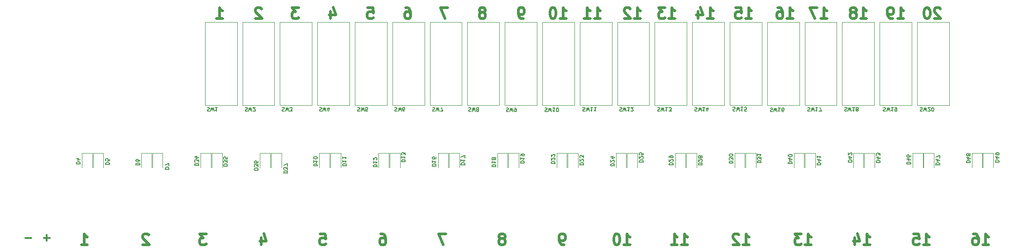
<source format=gbr>
%TF.GenerationSoftware,KiCad,Pcbnew,9.0.2*%
%TF.CreationDate,2025-05-23T14:58:01+03:00*%
%TF.ProjectId,control_unit_tester,636f6e74-726f-46c5-9f75-6e69745f7465,rev?*%
%TF.SameCoordinates,Original*%
%TF.FileFunction,Legend,Bot*%
%TF.FilePolarity,Positive*%
%FSLAX46Y46*%
G04 Gerber Fmt 4.6, Leading zero omitted, Abs format (unit mm)*
G04 Created by KiCad (PCBNEW 9.0.2) date 2025-05-23 14:58:01*
%MOMM*%
%LPD*%
G01*
G04 APERTURE LIST*
%ADD10C,0.300000*%
%ADD11C,0.500000*%
%ADD12C,0.150000*%
%ADD13C,0.120000*%
%ADD14C,0.100000*%
G04 APERTURE END LIST*
D10*
X66604510Y-111179400D02*
X67747368Y-111179400D01*
X67175939Y-111750828D02*
X67175939Y-110607971D01*
D11*
X205597243Y-70054238D02*
X206740100Y-70054238D01*
X206168672Y-70054238D02*
X206168672Y-68054238D01*
X206168672Y-68054238D02*
X206359148Y-68339952D01*
X206359148Y-68339952D02*
X206549624Y-68530428D01*
X206549624Y-68530428D02*
X206740100Y-68625666D01*
X203882957Y-68054238D02*
X204263910Y-68054238D01*
X204263910Y-68054238D02*
X204454386Y-68149476D01*
X204454386Y-68149476D02*
X204549624Y-68244714D01*
X204549624Y-68244714D02*
X204740100Y-68530428D01*
X204740100Y-68530428D02*
X204835338Y-68911380D01*
X204835338Y-68911380D02*
X204835338Y-69673285D01*
X204835338Y-69673285D02*
X204740100Y-69863761D01*
X204740100Y-69863761D02*
X204644862Y-69959000D01*
X204644862Y-69959000D02*
X204454386Y-70054238D01*
X204454386Y-70054238D02*
X204073433Y-70054238D01*
X204073433Y-70054238D02*
X203882957Y-69959000D01*
X203882957Y-69959000D02*
X203787719Y-69863761D01*
X203787719Y-69863761D02*
X203692481Y-69673285D01*
X203692481Y-69673285D02*
X203692481Y-69197095D01*
X203692481Y-69197095D02*
X203787719Y-69006619D01*
X203787719Y-69006619D02*
X203882957Y-68911380D01*
X203882957Y-68911380D02*
X204073433Y-68816142D01*
X204073433Y-68816142D02*
X204454386Y-68816142D01*
X204454386Y-68816142D02*
X204644862Y-68911380D01*
X204644862Y-68911380D02*
X204740100Y-69006619D01*
X204740100Y-69006619D02*
X204835338Y-69197095D01*
X197372243Y-112454238D02*
X198515100Y-112454238D01*
X197943672Y-112454238D02*
X197943672Y-110454238D01*
X197943672Y-110454238D02*
X198134148Y-110739952D01*
X198134148Y-110739952D02*
X198324624Y-110930428D01*
X198324624Y-110930428D02*
X198515100Y-111025666D01*
X196610338Y-110644714D02*
X196515100Y-110549476D01*
X196515100Y-110549476D02*
X196324624Y-110454238D01*
X196324624Y-110454238D02*
X195848433Y-110454238D01*
X195848433Y-110454238D02*
X195657957Y-110549476D01*
X195657957Y-110549476D02*
X195562719Y-110644714D01*
X195562719Y-110644714D02*
X195467481Y-110835190D01*
X195467481Y-110835190D02*
X195467481Y-111025666D01*
X195467481Y-111025666D02*
X195562719Y-111311380D01*
X195562719Y-111311380D02*
X196705576Y-112454238D01*
X196705576Y-112454238D02*
X195467481Y-112454238D01*
X190672243Y-70054238D02*
X191815100Y-70054238D01*
X191243672Y-70054238D02*
X191243672Y-68054238D01*
X191243672Y-68054238D02*
X191434148Y-68339952D01*
X191434148Y-68339952D02*
X191624624Y-68530428D01*
X191624624Y-68530428D02*
X191815100Y-68625666D01*
X188957957Y-68720904D02*
X188957957Y-70054238D01*
X189434148Y-67959000D02*
X189910338Y-69387571D01*
X189910338Y-69387571D02*
X188672243Y-69387571D01*
X152509148Y-111311380D02*
X152699624Y-111216142D01*
X152699624Y-111216142D02*
X152794862Y-111120904D01*
X152794862Y-111120904D02*
X152890100Y-110930428D01*
X152890100Y-110930428D02*
X152890100Y-110835190D01*
X152890100Y-110835190D02*
X152794862Y-110644714D01*
X152794862Y-110644714D02*
X152699624Y-110549476D01*
X152699624Y-110549476D02*
X152509148Y-110454238D01*
X152509148Y-110454238D02*
X152128195Y-110454238D01*
X152128195Y-110454238D02*
X151937719Y-110549476D01*
X151937719Y-110549476D02*
X151842481Y-110644714D01*
X151842481Y-110644714D02*
X151747243Y-110835190D01*
X151747243Y-110835190D02*
X151747243Y-110930428D01*
X151747243Y-110930428D02*
X151842481Y-111120904D01*
X151842481Y-111120904D02*
X151937719Y-111216142D01*
X151937719Y-111216142D02*
X152128195Y-111311380D01*
X152128195Y-111311380D02*
X152509148Y-111311380D01*
X152509148Y-111311380D02*
X152699624Y-111406619D01*
X152699624Y-111406619D02*
X152794862Y-111501857D01*
X152794862Y-111501857D02*
X152890100Y-111692333D01*
X152890100Y-111692333D02*
X152890100Y-112073285D01*
X152890100Y-112073285D02*
X152794862Y-112263761D01*
X152794862Y-112263761D02*
X152699624Y-112359000D01*
X152699624Y-112359000D02*
X152509148Y-112454238D01*
X152509148Y-112454238D02*
X152128195Y-112454238D01*
X152128195Y-112454238D02*
X151937719Y-112359000D01*
X151937719Y-112359000D02*
X151842481Y-112263761D01*
X151842481Y-112263761D02*
X151747243Y-112073285D01*
X151747243Y-112073285D02*
X151747243Y-111692333D01*
X151747243Y-111692333D02*
X151842481Y-111501857D01*
X151842481Y-111501857D02*
X151937719Y-111406619D01*
X151937719Y-111406619D02*
X152128195Y-111311380D01*
X185872243Y-112454238D02*
X187015100Y-112454238D01*
X186443672Y-112454238D02*
X186443672Y-110454238D01*
X186443672Y-110454238D02*
X186634148Y-110739952D01*
X186634148Y-110739952D02*
X186824624Y-110930428D01*
X186824624Y-110930428D02*
X187015100Y-111025666D01*
X183967481Y-112454238D02*
X185110338Y-112454238D01*
X184538910Y-112454238D02*
X184538910Y-110454238D01*
X184538910Y-110454238D02*
X184729386Y-110739952D01*
X184729386Y-110739952D02*
X184919862Y-110930428D01*
X184919862Y-110930428D02*
X185110338Y-111025666D01*
X141810338Y-110454238D02*
X140477005Y-110454238D01*
X140477005Y-110454238D02*
X141334148Y-112454238D01*
D10*
X63129510Y-111179400D02*
X64272368Y-111179400D01*
D11*
X127192481Y-68054238D02*
X128144862Y-68054238D01*
X128144862Y-68054238D02*
X128240100Y-69006619D01*
X128240100Y-69006619D02*
X128144862Y-68911380D01*
X128144862Y-68911380D02*
X127954386Y-68816142D01*
X127954386Y-68816142D02*
X127478195Y-68816142D01*
X127478195Y-68816142D02*
X127287719Y-68911380D01*
X127287719Y-68911380D02*
X127192481Y-69006619D01*
X127192481Y-69006619D02*
X127097243Y-69197095D01*
X127097243Y-69197095D02*
X127097243Y-69673285D01*
X127097243Y-69673285D02*
X127192481Y-69863761D01*
X127192481Y-69863761D02*
X127287719Y-69959000D01*
X127287719Y-69959000D02*
X127478195Y-70054238D01*
X127478195Y-70054238D02*
X127954386Y-70054238D01*
X127954386Y-70054238D02*
X128144862Y-69959000D01*
X128144862Y-69959000D02*
X128240100Y-69863761D01*
X211922243Y-70054238D02*
X213065100Y-70054238D01*
X212493672Y-70054238D02*
X212493672Y-68054238D01*
X212493672Y-68054238D02*
X212684148Y-68339952D01*
X212684148Y-68339952D02*
X212874624Y-68530428D01*
X212874624Y-68530428D02*
X213065100Y-68625666D01*
X211255576Y-68054238D02*
X209922243Y-68054238D01*
X209922243Y-68054238D02*
X210779386Y-70054238D01*
X148809148Y-68911380D02*
X148999624Y-68816142D01*
X148999624Y-68816142D02*
X149094862Y-68720904D01*
X149094862Y-68720904D02*
X149190100Y-68530428D01*
X149190100Y-68530428D02*
X149190100Y-68435190D01*
X149190100Y-68435190D02*
X149094862Y-68244714D01*
X149094862Y-68244714D02*
X148999624Y-68149476D01*
X148999624Y-68149476D02*
X148809148Y-68054238D01*
X148809148Y-68054238D02*
X148428195Y-68054238D01*
X148428195Y-68054238D02*
X148237719Y-68149476D01*
X148237719Y-68149476D02*
X148142481Y-68244714D01*
X148142481Y-68244714D02*
X148047243Y-68435190D01*
X148047243Y-68435190D02*
X148047243Y-68530428D01*
X148047243Y-68530428D02*
X148142481Y-68720904D01*
X148142481Y-68720904D02*
X148237719Y-68816142D01*
X148237719Y-68816142D02*
X148428195Y-68911380D01*
X148428195Y-68911380D02*
X148809148Y-68911380D01*
X148809148Y-68911380D02*
X148999624Y-69006619D01*
X148999624Y-69006619D02*
X149094862Y-69101857D01*
X149094862Y-69101857D02*
X149190100Y-69292333D01*
X149190100Y-69292333D02*
X149190100Y-69673285D01*
X149190100Y-69673285D02*
X149094862Y-69863761D01*
X149094862Y-69863761D02*
X148999624Y-69959000D01*
X148999624Y-69959000D02*
X148809148Y-70054238D01*
X148809148Y-70054238D02*
X148428195Y-70054238D01*
X148428195Y-70054238D02*
X148237719Y-69959000D01*
X148237719Y-69959000D02*
X148142481Y-69863761D01*
X148142481Y-69863761D02*
X148047243Y-69673285D01*
X148047243Y-69673285D02*
X148047243Y-69292333D01*
X148047243Y-69292333D02*
X148142481Y-69101857D01*
X148142481Y-69101857D02*
X148237719Y-69006619D01*
X148237719Y-69006619D02*
X148428195Y-68911380D01*
X226297243Y-70054238D02*
X227440100Y-70054238D01*
X226868672Y-70054238D02*
X226868672Y-68054238D01*
X226868672Y-68054238D02*
X227059148Y-68339952D01*
X227059148Y-68339952D02*
X227249624Y-68530428D01*
X227249624Y-68530428D02*
X227440100Y-68625666D01*
X225344862Y-70054238D02*
X224963910Y-70054238D01*
X224963910Y-70054238D02*
X224773433Y-69959000D01*
X224773433Y-69959000D02*
X224678195Y-69863761D01*
X224678195Y-69863761D02*
X224487719Y-69578047D01*
X224487719Y-69578047D02*
X224392481Y-69197095D01*
X224392481Y-69197095D02*
X224392481Y-68435190D01*
X224392481Y-68435190D02*
X224487719Y-68244714D01*
X224487719Y-68244714D02*
X224582957Y-68149476D01*
X224582957Y-68149476D02*
X224773433Y-68054238D01*
X224773433Y-68054238D02*
X225154386Y-68054238D01*
X225154386Y-68054238D02*
X225344862Y-68149476D01*
X225344862Y-68149476D02*
X225440100Y-68244714D01*
X225440100Y-68244714D02*
X225535338Y-68435190D01*
X225535338Y-68435190D02*
X225535338Y-68911380D01*
X225535338Y-68911380D02*
X225440100Y-69101857D01*
X225440100Y-69101857D02*
X225344862Y-69197095D01*
X225344862Y-69197095D02*
X225154386Y-69292333D01*
X225154386Y-69292333D02*
X224773433Y-69292333D01*
X224773433Y-69292333D02*
X224582957Y-69197095D01*
X224582957Y-69197095D02*
X224487719Y-69101857D01*
X224487719Y-69101857D02*
X224392481Y-68911380D01*
X197847243Y-70054238D02*
X198990100Y-70054238D01*
X198418672Y-70054238D02*
X198418672Y-68054238D01*
X198418672Y-68054238D02*
X198609148Y-68339952D01*
X198609148Y-68339952D02*
X198799624Y-68530428D01*
X198799624Y-68530428D02*
X198990100Y-68625666D01*
X196037719Y-68054238D02*
X196990100Y-68054238D01*
X196990100Y-68054238D02*
X197085338Y-69006619D01*
X197085338Y-69006619D02*
X196990100Y-68911380D01*
X196990100Y-68911380D02*
X196799624Y-68816142D01*
X196799624Y-68816142D02*
X196323433Y-68816142D01*
X196323433Y-68816142D02*
X196132957Y-68911380D01*
X196132957Y-68911380D02*
X196037719Y-69006619D01*
X196037719Y-69006619D02*
X195942481Y-69197095D01*
X195942481Y-69197095D02*
X195942481Y-69673285D01*
X195942481Y-69673285D02*
X196037719Y-69863761D01*
X196037719Y-69863761D02*
X196132957Y-69959000D01*
X196132957Y-69959000D02*
X196323433Y-70054238D01*
X196323433Y-70054238D02*
X196799624Y-70054238D01*
X196799624Y-70054238D02*
X196990100Y-69959000D01*
X196990100Y-69959000D02*
X197085338Y-69863761D01*
X134262719Y-68054238D02*
X134643672Y-68054238D01*
X134643672Y-68054238D02*
X134834148Y-68149476D01*
X134834148Y-68149476D02*
X134929386Y-68244714D01*
X134929386Y-68244714D02*
X135119862Y-68530428D01*
X135119862Y-68530428D02*
X135215100Y-68911380D01*
X135215100Y-68911380D02*
X135215100Y-69673285D01*
X135215100Y-69673285D02*
X135119862Y-69863761D01*
X135119862Y-69863761D02*
X135024624Y-69959000D01*
X135024624Y-69959000D02*
X134834148Y-70054238D01*
X134834148Y-70054238D02*
X134453195Y-70054238D01*
X134453195Y-70054238D02*
X134262719Y-69959000D01*
X134262719Y-69959000D02*
X134167481Y-69863761D01*
X134167481Y-69863761D02*
X134072243Y-69673285D01*
X134072243Y-69673285D02*
X134072243Y-69197095D01*
X134072243Y-69197095D02*
X134167481Y-69006619D01*
X134167481Y-69006619D02*
X134262719Y-68911380D01*
X134262719Y-68911380D02*
X134453195Y-68816142D01*
X134453195Y-68816142D02*
X134834148Y-68816142D01*
X134834148Y-68816142D02*
X135024624Y-68911380D01*
X135024624Y-68911380D02*
X135119862Y-69006619D01*
X135119862Y-69006619D02*
X135215100Y-69197095D01*
X129612719Y-110454238D02*
X129993672Y-110454238D01*
X129993672Y-110454238D02*
X130184148Y-110549476D01*
X130184148Y-110549476D02*
X130279386Y-110644714D01*
X130279386Y-110644714D02*
X130469862Y-110930428D01*
X130469862Y-110930428D02*
X130565100Y-111311380D01*
X130565100Y-111311380D02*
X130565100Y-112073285D01*
X130565100Y-112073285D02*
X130469862Y-112263761D01*
X130469862Y-112263761D02*
X130374624Y-112359000D01*
X130374624Y-112359000D02*
X130184148Y-112454238D01*
X130184148Y-112454238D02*
X129803195Y-112454238D01*
X129803195Y-112454238D02*
X129612719Y-112359000D01*
X129612719Y-112359000D02*
X129517481Y-112263761D01*
X129517481Y-112263761D02*
X129422243Y-112073285D01*
X129422243Y-112073285D02*
X129422243Y-111597095D01*
X129422243Y-111597095D02*
X129517481Y-111406619D01*
X129517481Y-111406619D02*
X129612719Y-111311380D01*
X129612719Y-111311380D02*
X129803195Y-111216142D01*
X129803195Y-111216142D02*
X130184148Y-111216142D01*
X130184148Y-111216142D02*
X130374624Y-111311380D01*
X130374624Y-111311380D02*
X130469862Y-111406619D01*
X130469862Y-111406619D02*
X130565100Y-111597095D01*
X96985338Y-110454238D02*
X95747243Y-110454238D01*
X95747243Y-110454238D02*
X96413910Y-111216142D01*
X96413910Y-111216142D02*
X96128195Y-111216142D01*
X96128195Y-111216142D02*
X95937719Y-111311380D01*
X95937719Y-111311380D02*
X95842481Y-111406619D01*
X95842481Y-111406619D02*
X95747243Y-111597095D01*
X95747243Y-111597095D02*
X95747243Y-112073285D01*
X95747243Y-112073285D02*
X95842481Y-112263761D01*
X95842481Y-112263761D02*
X95937719Y-112359000D01*
X95937719Y-112359000D02*
X96128195Y-112454238D01*
X96128195Y-112454238D02*
X96699624Y-112454238D01*
X96699624Y-112454238D02*
X96890100Y-112359000D01*
X96890100Y-112359000D02*
X96985338Y-112263761D01*
X86240100Y-110644714D02*
X86144862Y-110549476D01*
X86144862Y-110549476D02*
X85954386Y-110454238D01*
X85954386Y-110454238D02*
X85478195Y-110454238D01*
X85478195Y-110454238D02*
X85287719Y-110549476D01*
X85287719Y-110549476D02*
X85192481Y-110644714D01*
X85192481Y-110644714D02*
X85097243Y-110835190D01*
X85097243Y-110835190D02*
X85097243Y-111025666D01*
X85097243Y-111025666D02*
X85192481Y-111311380D01*
X85192481Y-111311380D02*
X86335338Y-112454238D01*
X86335338Y-112454238D02*
X85097243Y-112454238D01*
X142160338Y-68054238D02*
X140827005Y-68054238D01*
X140827005Y-68054238D02*
X141684148Y-70054238D01*
X114260338Y-68054238D02*
X113022243Y-68054238D01*
X113022243Y-68054238D02*
X113688910Y-68816142D01*
X113688910Y-68816142D02*
X113403195Y-68816142D01*
X113403195Y-68816142D02*
X113212719Y-68911380D01*
X113212719Y-68911380D02*
X113117481Y-69006619D01*
X113117481Y-69006619D02*
X113022243Y-69197095D01*
X113022243Y-69197095D02*
X113022243Y-69673285D01*
X113022243Y-69673285D02*
X113117481Y-69863761D01*
X113117481Y-69863761D02*
X113212719Y-69959000D01*
X113212719Y-69959000D02*
X113403195Y-70054238D01*
X113403195Y-70054238D02*
X113974624Y-70054238D01*
X113974624Y-70054238D02*
X114165100Y-69959000D01*
X114165100Y-69959000D02*
X114260338Y-69863761D01*
X107315100Y-68244714D02*
X107219862Y-68149476D01*
X107219862Y-68149476D02*
X107029386Y-68054238D01*
X107029386Y-68054238D02*
X106553195Y-68054238D01*
X106553195Y-68054238D02*
X106362719Y-68149476D01*
X106362719Y-68149476D02*
X106267481Y-68244714D01*
X106267481Y-68244714D02*
X106172243Y-68435190D01*
X106172243Y-68435190D02*
X106172243Y-68625666D01*
X106172243Y-68625666D02*
X106267481Y-68911380D01*
X106267481Y-68911380D02*
X107410338Y-70054238D01*
X107410338Y-70054238D02*
X106172243Y-70054238D01*
X118292481Y-110454238D02*
X119244862Y-110454238D01*
X119244862Y-110454238D02*
X119340100Y-111406619D01*
X119340100Y-111406619D02*
X119244862Y-111311380D01*
X119244862Y-111311380D02*
X119054386Y-111216142D01*
X119054386Y-111216142D02*
X118578195Y-111216142D01*
X118578195Y-111216142D02*
X118387719Y-111311380D01*
X118387719Y-111311380D02*
X118292481Y-111406619D01*
X118292481Y-111406619D02*
X118197243Y-111597095D01*
X118197243Y-111597095D02*
X118197243Y-112073285D01*
X118197243Y-112073285D02*
X118292481Y-112263761D01*
X118292481Y-112263761D02*
X118387719Y-112359000D01*
X118387719Y-112359000D02*
X118578195Y-112454238D01*
X118578195Y-112454238D02*
X119054386Y-112454238D01*
X119054386Y-112454238D02*
X119244862Y-112359000D01*
X119244862Y-112359000D02*
X119340100Y-112263761D01*
X73622243Y-112454238D02*
X74765100Y-112454238D01*
X74193672Y-112454238D02*
X74193672Y-110454238D01*
X74193672Y-110454238D02*
X74384148Y-110739952D01*
X74384148Y-110739952D02*
X74574624Y-110930428D01*
X74574624Y-110930428D02*
X74765100Y-111025666D01*
X242197243Y-112454238D02*
X243340100Y-112454238D01*
X242768672Y-112454238D02*
X242768672Y-110454238D01*
X242768672Y-110454238D02*
X242959148Y-110739952D01*
X242959148Y-110739952D02*
X243149624Y-110930428D01*
X243149624Y-110930428D02*
X243340100Y-111025666D01*
X240482957Y-110454238D02*
X240863910Y-110454238D01*
X240863910Y-110454238D02*
X241054386Y-110549476D01*
X241054386Y-110549476D02*
X241149624Y-110644714D01*
X241149624Y-110644714D02*
X241340100Y-110930428D01*
X241340100Y-110930428D02*
X241435338Y-111311380D01*
X241435338Y-111311380D02*
X241435338Y-112073285D01*
X241435338Y-112073285D02*
X241340100Y-112263761D01*
X241340100Y-112263761D02*
X241244862Y-112359000D01*
X241244862Y-112359000D02*
X241054386Y-112454238D01*
X241054386Y-112454238D02*
X240673433Y-112454238D01*
X240673433Y-112454238D02*
X240482957Y-112359000D01*
X240482957Y-112359000D02*
X240387719Y-112263761D01*
X240387719Y-112263761D02*
X240292481Y-112073285D01*
X240292481Y-112073285D02*
X240292481Y-111597095D01*
X240292481Y-111597095D02*
X240387719Y-111406619D01*
X240387719Y-111406619D02*
X240482957Y-111311380D01*
X240482957Y-111311380D02*
X240673433Y-111216142D01*
X240673433Y-111216142D02*
X241054386Y-111216142D01*
X241054386Y-111216142D02*
X241244862Y-111311380D01*
X241244862Y-111311380D02*
X241340100Y-111406619D01*
X241340100Y-111406619D02*
X241435338Y-111597095D01*
X208972243Y-112454238D02*
X210115100Y-112454238D01*
X209543672Y-112454238D02*
X209543672Y-110454238D01*
X209543672Y-110454238D02*
X209734148Y-110739952D01*
X209734148Y-110739952D02*
X209924624Y-110930428D01*
X209924624Y-110930428D02*
X210115100Y-111025666D01*
X208305576Y-110454238D02*
X207067481Y-110454238D01*
X207067481Y-110454238D02*
X207734148Y-111216142D01*
X207734148Y-111216142D02*
X207448433Y-111216142D01*
X207448433Y-111216142D02*
X207257957Y-111311380D01*
X207257957Y-111311380D02*
X207162719Y-111406619D01*
X207162719Y-111406619D02*
X207067481Y-111597095D01*
X207067481Y-111597095D02*
X207067481Y-112073285D01*
X207067481Y-112073285D02*
X207162719Y-112263761D01*
X207162719Y-112263761D02*
X207257957Y-112359000D01*
X207257957Y-112359000D02*
X207448433Y-112454238D01*
X207448433Y-112454238D02*
X208019862Y-112454238D01*
X208019862Y-112454238D02*
X208210338Y-112359000D01*
X208210338Y-112359000D02*
X208305576Y-112263761D01*
X219997243Y-112454238D02*
X221140100Y-112454238D01*
X220568672Y-112454238D02*
X220568672Y-110454238D01*
X220568672Y-110454238D02*
X220759148Y-110739952D01*
X220759148Y-110739952D02*
X220949624Y-110930428D01*
X220949624Y-110930428D02*
X221140100Y-111025666D01*
X218282957Y-111120904D02*
X218282957Y-112454238D01*
X218759148Y-110359000D02*
X219235338Y-111787571D01*
X219235338Y-111787571D02*
X217997243Y-111787571D01*
X169572243Y-70054238D02*
X170715100Y-70054238D01*
X170143672Y-70054238D02*
X170143672Y-68054238D01*
X170143672Y-68054238D02*
X170334148Y-68339952D01*
X170334148Y-68339952D02*
X170524624Y-68530428D01*
X170524624Y-68530428D02*
X170715100Y-68625666D01*
X167667481Y-70054238D02*
X168810338Y-70054238D01*
X168238910Y-70054238D02*
X168238910Y-68054238D01*
X168238910Y-68054238D02*
X168429386Y-68339952D01*
X168429386Y-68339952D02*
X168619862Y-68530428D01*
X168619862Y-68530428D02*
X168810338Y-68625666D01*
X183497243Y-70054238D02*
X184640100Y-70054238D01*
X184068672Y-70054238D02*
X184068672Y-68054238D01*
X184068672Y-68054238D02*
X184259148Y-68339952D01*
X184259148Y-68339952D02*
X184449624Y-68530428D01*
X184449624Y-68530428D02*
X184640100Y-68625666D01*
X182830576Y-68054238D02*
X181592481Y-68054238D01*
X181592481Y-68054238D02*
X182259148Y-68816142D01*
X182259148Y-68816142D02*
X181973433Y-68816142D01*
X181973433Y-68816142D02*
X181782957Y-68911380D01*
X181782957Y-68911380D02*
X181687719Y-69006619D01*
X181687719Y-69006619D02*
X181592481Y-69197095D01*
X181592481Y-69197095D02*
X181592481Y-69673285D01*
X181592481Y-69673285D02*
X181687719Y-69863761D01*
X181687719Y-69863761D02*
X181782957Y-69959000D01*
X181782957Y-69959000D02*
X181973433Y-70054238D01*
X181973433Y-70054238D02*
X182544862Y-70054238D01*
X182544862Y-70054238D02*
X182735338Y-69959000D01*
X182735338Y-69959000D02*
X182830576Y-69863761D01*
X234290100Y-68244714D02*
X234194862Y-68149476D01*
X234194862Y-68149476D02*
X234004386Y-68054238D01*
X234004386Y-68054238D02*
X233528195Y-68054238D01*
X233528195Y-68054238D02*
X233337719Y-68149476D01*
X233337719Y-68149476D02*
X233242481Y-68244714D01*
X233242481Y-68244714D02*
X233147243Y-68435190D01*
X233147243Y-68435190D02*
X233147243Y-68625666D01*
X233147243Y-68625666D02*
X233242481Y-68911380D01*
X233242481Y-68911380D02*
X234385338Y-70054238D01*
X234385338Y-70054238D02*
X233147243Y-70054238D01*
X231909148Y-68054238D02*
X231718671Y-68054238D01*
X231718671Y-68054238D02*
X231528195Y-68149476D01*
X231528195Y-68149476D02*
X231432957Y-68244714D01*
X231432957Y-68244714D02*
X231337719Y-68435190D01*
X231337719Y-68435190D02*
X231242481Y-68816142D01*
X231242481Y-68816142D02*
X231242481Y-69292333D01*
X231242481Y-69292333D02*
X231337719Y-69673285D01*
X231337719Y-69673285D02*
X231432957Y-69863761D01*
X231432957Y-69863761D02*
X231528195Y-69959000D01*
X231528195Y-69959000D02*
X231718671Y-70054238D01*
X231718671Y-70054238D02*
X231909148Y-70054238D01*
X231909148Y-70054238D02*
X232099624Y-69959000D01*
X232099624Y-69959000D02*
X232194862Y-69863761D01*
X232194862Y-69863761D02*
X232290100Y-69673285D01*
X232290100Y-69673285D02*
X232385338Y-69292333D01*
X232385338Y-69292333D02*
X232385338Y-68816142D01*
X232385338Y-68816142D02*
X232290100Y-68435190D01*
X232290100Y-68435190D02*
X232194862Y-68244714D01*
X232194862Y-68244714D02*
X232099624Y-68149476D01*
X232099624Y-68149476D02*
X231909148Y-68054238D01*
X120262719Y-68720904D02*
X120262719Y-70054238D01*
X120738910Y-67959000D02*
X121215100Y-69387571D01*
X121215100Y-69387571D02*
X119977005Y-69387571D01*
X177047243Y-70054238D02*
X178190100Y-70054238D01*
X177618672Y-70054238D02*
X177618672Y-68054238D01*
X177618672Y-68054238D02*
X177809148Y-68339952D01*
X177809148Y-68339952D02*
X177999624Y-68530428D01*
X177999624Y-68530428D02*
X178190100Y-68625666D01*
X176285338Y-68244714D02*
X176190100Y-68149476D01*
X176190100Y-68149476D02*
X175999624Y-68054238D01*
X175999624Y-68054238D02*
X175523433Y-68054238D01*
X175523433Y-68054238D02*
X175332957Y-68149476D01*
X175332957Y-68149476D02*
X175237719Y-68244714D01*
X175237719Y-68244714D02*
X175142481Y-68435190D01*
X175142481Y-68435190D02*
X175142481Y-68625666D01*
X175142481Y-68625666D02*
X175237719Y-68911380D01*
X175237719Y-68911380D02*
X176380576Y-70054238D01*
X176380576Y-70054238D02*
X175142481Y-70054238D01*
X231097243Y-112454238D02*
X232240100Y-112454238D01*
X231668672Y-112454238D02*
X231668672Y-110454238D01*
X231668672Y-110454238D02*
X231859148Y-110739952D01*
X231859148Y-110739952D02*
X232049624Y-110930428D01*
X232049624Y-110930428D02*
X232240100Y-111025666D01*
X229287719Y-110454238D02*
X230240100Y-110454238D01*
X230240100Y-110454238D02*
X230335338Y-111406619D01*
X230335338Y-111406619D02*
X230240100Y-111311380D01*
X230240100Y-111311380D02*
X230049624Y-111216142D01*
X230049624Y-111216142D02*
X229573433Y-111216142D01*
X229573433Y-111216142D02*
X229382957Y-111311380D01*
X229382957Y-111311380D02*
X229287719Y-111406619D01*
X229287719Y-111406619D02*
X229192481Y-111597095D01*
X229192481Y-111597095D02*
X229192481Y-112073285D01*
X229192481Y-112073285D02*
X229287719Y-112263761D01*
X229287719Y-112263761D02*
X229382957Y-112359000D01*
X229382957Y-112359000D02*
X229573433Y-112454238D01*
X229573433Y-112454238D02*
X230049624Y-112454238D01*
X230049624Y-112454238D02*
X230240100Y-112359000D01*
X230240100Y-112359000D02*
X230335338Y-112263761D01*
X98897243Y-70054238D02*
X100040100Y-70054238D01*
X99468672Y-70054238D02*
X99468672Y-68054238D01*
X99468672Y-68054238D02*
X99659148Y-68339952D01*
X99659148Y-68339952D02*
X99849624Y-68530428D01*
X99849624Y-68530428D02*
X100040100Y-68625666D01*
X156274624Y-70054238D02*
X155893672Y-70054238D01*
X155893672Y-70054238D02*
X155703195Y-69959000D01*
X155703195Y-69959000D02*
X155607957Y-69863761D01*
X155607957Y-69863761D02*
X155417481Y-69578047D01*
X155417481Y-69578047D02*
X155322243Y-69197095D01*
X155322243Y-69197095D02*
X155322243Y-68435190D01*
X155322243Y-68435190D02*
X155417481Y-68244714D01*
X155417481Y-68244714D02*
X155512719Y-68149476D01*
X155512719Y-68149476D02*
X155703195Y-68054238D01*
X155703195Y-68054238D02*
X156084148Y-68054238D01*
X156084148Y-68054238D02*
X156274624Y-68149476D01*
X156274624Y-68149476D02*
X156369862Y-68244714D01*
X156369862Y-68244714D02*
X156465100Y-68435190D01*
X156465100Y-68435190D02*
X156465100Y-68911380D01*
X156465100Y-68911380D02*
X156369862Y-69101857D01*
X156369862Y-69101857D02*
X156274624Y-69197095D01*
X156274624Y-69197095D02*
X156084148Y-69292333D01*
X156084148Y-69292333D02*
X155703195Y-69292333D01*
X155703195Y-69292333D02*
X155512719Y-69197095D01*
X155512719Y-69197095D02*
X155417481Y-69101857D01*
X155417481Y-69101857D02*
X155322243Y-68911380D01*
X163949624Y-112454238D02*
X163568672Y-112454238D01*
X163568672Y-112454238D02*
X163378195Y-112359000D01*
X163378195Y-112359000D02*
X163282957Y-112263761D01*
X163282957Y-112263761D02*
X163092481Y-111978047D01*
X163092481Y-111978047D02*
X162997243Y-111597095D01*
X162997243Y-111597095D02*
X162997243Y-110835190D01*
X162997243Y-110835190D02*
X163092481Y-110644714D01*
X163092481Y-110644714D02*
X163187719Y-110549476D01*
X163187719Y-110549476D02*
X163378195Y-110454238D01*
X163378195Y-110454238D02*
X163759148Y-110454238D01*
X163759148Y-110454238D02*
X163949624Y-110549476D01*
X163949624Y-110549476D02*
X164044862Y-110644714D01*
X164044862Y-110644714D02*
X164140100Y-110835190D01*
X164140100Y-110835190D02*
X164140100Y-111311380D01*
X164140100Y-111311380D02*
X164044862Y-111501857D01*
X164044862Y-111501857D02*
X163949624Y-111597095D01*
X163949624Y-111597095D02*
X163759148Y-111692333D01*
X163759148Y-111692333D02*
X163378195Y-111692333D01*
X163378195Y-111692333D02*
X163187719Y-111597095D01*
X163187719Y-111597095D02*
X163092481Y-111501857D01*
X163092481Y-111501857D02*
X162997243Y-111311380D01*
X175097243Y-112454238D02*
X176240100Y-112454238D01*
X175668672Y-112454238D02*
X175668672Y-110454238D01*
X175668672Y-110454238D02*
X175859148Y-110739952D01*
X175859148Y-110739952D02*
X176049624Y-110930428D01*
X176049624Y-110930428D02*
X176240100Y-111025666D01*
X173859148Y-110454238D02*
X173668671Y-110454238D01*
X173668671Y-110454238D02*
X173478195Y-110549476D01*
X173478195Y-110549476D02*
X173382957Y-110644714D01*
X173382957Y-110644714D02*
X173287719Y-110835190D01*
X173287719Y-110835190D02*
X173192481Y-111216142D01*
X173192481Y-111216142D02*
X173192481Y-111692333D01*
X173192481Y-111692333D02*
X173287719Y-112073285D01*
X173287719Y-112073285D02*
X173382957Y-112263761D01*
X173382957Y-112263761D02*
X173478195Y-112359000D01*
X173478195Y-112359000D02*
X173668671Y-112454238D01*
X173668671Y-112454238D02*
X173859148Y-112454238D01*
X173859148Y-112454238D02*
X174049624Y-112359000D01*
X174049624Y-112359000D02*
X174144862Y-112263761D01*
X174144862Y-112263761D02*
X174240100Y-112073285D01*
X174240100Y-112073285D02*
X174335338Y-111692333D01*
X174335338Y-111692333D02*
X174335338Y-111216142D01*
X174335338Y-111216142D02*
X174240100Y-110835190D01*
X174240100Y-110835190D02*
X174144862Y-110644714D01*
X174144862Y-110644714D02*
X174049624Y-110549476D01*
X174049624Y-110549476D02*
X173859148Y-110454238D01*
X163172243Y-70054238D02*
X164315100Y-70054238D01*
X163743672Y-70054238D02*
X163743672Y-68054238D01*
X163743672Y-68054238D02*
X163934148Y-68339952D01*
X163934148Y-68339952D02*
X164124624Y-68530428D01*
X164124624Y-68530428D02*
X164315100Y-68625666D01*
X161934148Y-68054238D02*
X161743671Y-68054238D01*
X161743671Y-68054238D02*
X161553195Y-68149476D01*
X161553195Y-68149476D02*
X161457957Y-68244714D01*
X161457957Y-68244714D02*
X161362719Y-68435190D01*
X161362719Y-68435190D02*
X161267481Y-68816142D01*
X161267481Y-68816142D02*
X161267481Y-69292333D01*
X161267481Y-69292333D02*
X161362719Y-69673285D01*
X161362719Y-69673285D02*
X161457957Y-69863761D01*
X161457957Y-69863761D02*
X161553195Y-69959000D01*
X161553195Y-69959000D02*
X161743671Y-70054238D01*
X161743671Y-70054238D02*
X161934148Y-70054238D01*
X161934148Y-70054238D02*
X162124624Y-69959000D01*
X162124624Y-69959000D02*
X162219862Y-69863761D01*
X162219862Y-69863761D02*
X162315100Y-69673285D01*
X162315100Y-69673285D02*
X162410338Y-69292333D01*
X162410338Y-69292333D02*
X162410338Y-68816142D01*
X162410338Y-68816142D02*
X162315100Y-68435190D01*
X162315100Y-68435190D02*
X162219862Y-68244714D01*
X162219862Y-68244714D02*
X162124624Y-68149476D01*
X162124624Y-68149476D02*
X161934148Y-68054238D01*
X107287719Y-111120904D02*
X107287719Y-112454238D01*
X107763910Y-110359000D02*
X108240100Y-111787571D01*
X108240100Y-111787571D02*
X107002005Y-111787571D01*
X219347243Y-70054238D02*
X220490100Y-70054238D01*
X219918672Y-70054238D02*
X219918672Y-68054238D01*
X219918672Y-68054238D02*
X220109148Y-68339952D01*
X220109148Y-68339952D02*
X220299624Y-68530428D01*
X220299624Y-68530428D02*
X220490100Y-68625666D01*
X218204386Y-68911380D02*
X218394862Y-68816142D01*
X218394862Y-68816142D02*
X218490100Y-68720904D01*
X218490100Y-68720904D02*
X218585338Y-68530428D01*
X218585338Y-68530428D02*
X218585338Y-68435190D01*
X218585338Y-68435190D02*
X218490100Y-68244714D01*
X218490100Y-68244714D02*
X218394862Y-68149476D01*
X218394862Y-68149476D02*
X218204386Y-68054238D01*
X218204386Y-68054238D02*
X217823433Y-68054238D01*
X217823433Y-68054238D02*
X217632957Y-68149476D01*
X217632957Y-68149476D02*
X217537719Y-68244714D01*
X217537719Y-68244714D02*
X217442481Y-68435190D01*
X217442481Y-68435190D02*
X217442481Y-68530428D01*
X217442481Y-68530428D02*
X217537719Y-68720904D01*
X217537719Y-68720904D02*
X217632957Y-68816142D01*
X217632957Y-68816142D02*
X217823433Y-68911380D01*
X217823433Y-68911380D02*
X218204386Y-68911380D01*
X218204386Y-68911380D02*
X218394862Y-69006619D01*
X218394862Y-69006619D02*
X218490100Y-69101857D01*
X218490100Y-69101857D02*
X218585338Y-69292333D01*
X218585338Y-69292333D02*
X218585338Y-69673285D01*
X218585338Y-69673285D02*
X218490100Y-69863761D01*
X218490100Y-69863761D02*
X218394862Y-69959000D01*
X218394862Y-69959000D02*
X218204386Y-70054238D01*
X218204386Y-70054238D02*
X217823433Y-70054238D01*
X217823433Y-70054238D02*
X217632957Y-69959000D01*
X217632957Y-69959000D02*
X217537719Y-69863761D01*
X217537719Y-69863761D02*
X217442481Y-69673285D01*
X217442481Y-69673285D02*
X217442481Y-69292333D01*
X217442481Y-69292333D02*
X217537719Y-69101857D01*
X217537719Y-69101857D02*
X217632957Y-69006619D01*
X217632957Y-69006619D02*
X217823433Y-68911380D01*
D12*
X166858966Y-97475000D02*
X167558966Y-97475000D01*
X167558966Y-97475000D02*
X167558966Y-97308333D01*
X167558966Y-97308333D02*
X167525633Y-97208333D01*
X167525633Y-97208333D02*
X167458966Y-97141667D01*
X167458966Y-97141667D02*
X167392300Y-97108333D01*
X167392300Y-97108333D02*
X167258966Y-97075000D01*
X167258966Y-97075000D02*
X167158966Y-97075000D01*
X167158966Y-97075000D02*
X167025633Y-97108333D01*
X167025633Y-97108333D02*
X166958966Y-97141667D01*
X166958966Y-97141667D02*
X166892300Y-97208333D01*
X166892300Y-97208333D02*
X166858966Y-97308333D01*
X166858966Y-97308333D02*
X166858966Y-97475000D01*
X167492300Y-96808333D02*
X167525633Y-96775000D01*
X167525633Y-96775000D02*
X167558966Y-96708333D01*
X167558966Y-96708333D02*
X167558966Y-96541667D01*
X167558966Y-96541667D02*
X167525633Y-96475000D01*
X167525633Y-96475000D02*
X167492300Y-96441667D01*
X167492300Y-96441667D02*
X167425633Y-96408333D01*
X167425633Y-96408333D02*
X167358966Y-96408333D01*
X167358966Y-96408333D02*
X167258966Y-96441667D01*
X167258966Y-96441667D02*
X166858966Y-96841667D01*
X166858966Y-96841667D02*
X166858966Y-96408333D01*
X167558966Y-96175000D02*
X167558966Y-95741666D01*
X167558966Y-95741666D02*
X167292300Y-95975000D01*
X167292300Y-95975000D02*
X167292300Y-95875000D01*
X167292300Y-95875000D02*
X167258966Y-95808333D01*
X167258966Y-95808333D02*
X167225633Y-95775000D01*
X167225633Y-95775000D02*
X167158966Y-95741666D01*
X167158966Y-95741666D02*
X166992300Y-95741666D01*
X166992300Y-95741666D02*
X166925633Y-95775000D01*
X166925633Y-95775000D02*
X166892300Y-95808333D01*
X166892300Y-95808333D02*
X166858966Y-95875000D01*
X166858966Y-95875000D02*
X166858966Y-96075000D01*
X166858966Y-96075000D02*
X166892300Y-96141666D01*
X166892300Y-96141666D02*
X166925633Y-96175000D01*
X139329824Y-86757300D02*
X139429824Y-86723966D01*
X139429824Y-86723966D02*
X139596491Y-86723966D01*
X139596491Y-86723966D02*
X139663157Y-86757300D01*
X139663157Y-86757300D02*
X139696491Y-86790633D01*
X139696491Y-86790633D02*
X139729824Y-86857300D01*
X139729824Y-86857300D02*
X139729824Y-86923966D01*
X139729824Y-86923966D02*
X139696491Y-86990633D01*
X139696491Y-86990633D02*
X139663157Y-87023966D01*
X139663157Y-87023966D02*
X139596491Y-87057300D01*
X139596491Y-87057300D02*
X139463157Y-87090633D01*
X139463157Y-87090633D02*
X139396491Y-87123966D01*
X139396491Y-87123966D02*
X139363157Y-87157300D01*
X139363157Y-87157300D02*
X139329824Y-87223966D01*
X139329824Y-87223966D02*
X139329824Y-87290633D01*
X139329824Y-87290633D02*
X139363157Y-87357300D01*
X139363157Y-87357300D02*
X139396491Y-87390633D01*
X139396491Y-87390633D02*
X139463157Y-87423966D01*
X139463157Y-87423966D02*
X139629824Y-87423966D01*
X139629824Y-87423966D02*
X139729824Y-87390633D01*
X139963158Y-87423966D02*
X140129824Y-86723966D01*
X140129824Y-86723966D02*
X140263158Y-87223966D01*
X140263158Y-87223966D02*
X140396491Y-86723966D01*
X140396491Y-86723966D02*
X140563158Y-87423966D01*
X140763158Y-87423966D02*
X141229824Y-87423966D01*
X141229824Y-87423966D02*
X140929824Y-86723966D01*
X195520701Y-86707300D02*
X195620701Y-86673966D01*
X195620701Y-86673966D02*
X195787368Y-86673966D01*
X195787368Y-86673966D02*
X195854034Y-86707300D01*
X195854034Y-86707300D02*
X195887368Y-86740633D01*
X195887368Y-86740633D02*
X195920701Y-86807300D01*
X195920701Y-86807300D02*
X195920701Y-86873966D01*
X195920701Y-86873966D02*
X195887368Y-86940633D01*
X195887368Y-86940633D02*
X195854034Y-86973966D01*
X195854034Y-86973966D02*
X195787368Y-87007300D01*
X195787368Y-87007300D02*
X195654034Y-87040633D01*
X195654034Y-87040633D02*
X195587368Y-87073966D01*
X195587368Y-87073966D02*
X195554034Y-87107300D01*
X195554034Y-87107300D02*
X195520701Y-87173966D01*
X195520701Y-87173966D02*
X195520701Y-87240633D01*
X195520701Y-87240633D02*
X195554034Y-87307300D01*
X195554034Y-87307300D02*
X195587368Y-87340633D01*
X195587368Y-87340633D02*
X195654034Y-87373966D01*
X195654034Y-87373966D02*
X195820701Y-87373966D01*
X195820701Y-87373966D02*
X195920701Y-87340633D01*
X196154035Y-87373966D02*
X196320701Y-86673966D01*
X196320701Y-86673966D02*
X196454035Y-87173966D01*
X196454035Y-87173966D02*
X196587368Y-86673966D01*
X196587368Y-86673966D02*
X196754035Y-87373966D01*
X197387368Y-86673966D02*
X196987368Y-86673966D01*
X197187368Y-86673966D02*
X197187368Y-87373966D01*
X197187368Y-87373966D02*
X197120701Y-87273966D01*
X197120701Y-87273966D02*
X197054035Y-87207300D01*
X197054035Y-87207300D02*
X196987368Y-87173966D01*
X198020702Y-87373966D02*
X197687368Y-87373966D01*
X197687368Y-87373966D02*
X197654035Y-87040633D01*
X197654035Y-87040633D02*
X197687368Y-87073966D01*
X197687368Y-87073966D02*
X197754035Y-87107300D01*
X197754035Y-87107300D02*
X197920702Y-87107300D01*
X197920702Y-87107300D02*
X197987368Y-87073966D01*
X197987368Y-87073966D02*
X198020702Y-87040633D01*
X198020702Y-87040633D02*
X198054035Y-86973966D01*
X198054035Y-86973966D02*
X198054035Y-86807300D01*
X198054035Y-86807300D02*
X198020702Y-86740633D01*
X198020702Y-86740633D02*
X197987368Y-86707300D01*
X197987368Y-86707300D02*
X197920702Y-86673966D01*
X197920702Y-86673966D02*
X197754035Y-86673966D01*
X197754035Y-86673966D02*
X197687368Y-86707300D01*
X197687368Y-86707300D02*
X197654035Y-86740633D01*
X230513333Y-86787300D02*
X230613333Y-86753966D01*
X230613333Y-86753966D02*
X230780000Y-86753966D01*
X230780000Y-86753966D02*
X230846666Y-86787300D01*
X230846666Y-86787300D02*
X230880000Y-86820633D01*
X230880000Y-86820633D02*
X230913333Y-86887300D01*
X230913333Y-86887300D02*
X230913333Y-86953966D01*
X230913333Y-86953966D02*
X230880000Y-87020633D01*
X230880000Y-87020633D02*
X230846666Y-87053966D01*
X230846666Y-87053966D02*
X230780000Y-87087300D01*
X230780000Y-87087300D02*
X230646666Y-87120633D01*
X230646666Y-87120633D02*
X230580000Y-87153966D01*
X230580000Y-87153966D02*
X230546666Y-87187300D01*
X230546666Y-87187300D02*
X230513333Y-87253966D01*
X230513333Y-87253966D02*
X230513333Y-87320633D01*
X230513333Y-87320633D02*
X230546666Y-87387300D01*
X230546666Y-87387300D02*
X230580000Y-87420633D01*
X230580000Y-87420633D02*
X230646666Y-87453966D01*
X230646666Y-87453966D02*
X230813333Y-87453966D01*
X230813333Y-87453966D02*
X230913333Y-87420633D01*
X231146667Y-87453966D02*
X231313333Y-86753966D01*
X231313333Y-86753966D02*
X231446667Y-87253966D01*
X231446667Y-87253966D02*
X231580000Y-86753966D01*
X231580000Y-86753966D02*
X231746667Y-87453966D01*
X231980000Y-87387300D02*
X232013333Y-87420633D01*
X232013333Y-87420633D02*
X232080000Y-87453966D01*
X232080000Y-87453966D02*
X232246667Y-87453966D01*
X232246667Y-87453966D02*
X232313333Y-87420633D01*
X232313333Y-87420633D02*
X232346667Y-87387300D01*
X232346667Y-87387300D02*
X232380000Y-87320633D01*
X232380000Y-87320633D02*
X232380000Y-87253966D01*
X232380000Y-87253966D02*
X232346667Y-87153966D01*
X232346667Y-87153966D02*
X231946667Y-86753966D01*
X231946667Y-86753966D02*
X232380000Y-86753966D01*
X232813334Y-87453966D02*
X232880000Y-87453966D01*
X232880000Y-87453966D02*
X232946667Y-87420633D01*
X232946667Y-87420633D02*
X232980000Y-87387300D01*
X232980000Y-87387300D02*
X233013334Y-87320633D01*
X233013334Y-87320633D02*
X233046667Y-87187300D01*
X233046667Y-87187300D02*
X233046667Y-87020633D01*
X233046667Y-87020633D02*
X233013334Y-86887300D01*
X233013334Y-86887300D02*
X232980000Y-86820633D01*
X232980000Y-86820633D02*
X232946667Y-86787300D01*
X232946667Y-86787300D02*
X232880000Y-86753966D01*
X232880000Y-86753966D02*
X232813334Y-86753966D01*
X232813334Y-86753966D02*
X232746667Y-86787300D01*
X232746667Y-86787300D02*
X232713334Y-86820633D01*
X232713334Y-86820633D02*
X232680000Y-86887300D01*
X232680000Y-86887300D02*
X232646667Y-87020633D01*
X232646667Y-87020633D02*
X232646667Y-87187300D01*
X232646667Y-87187300D02*
X232680000Y-87320633D01*
X232680000Y-87320633D02*
X232713334Y-87387300D01*
X232713334Y-87387300D02*
X232746667Y-87420633D01*
X232746667Y-87420633D02*
X232813334Y-87453966D01*
X181419649Y-86777300D02*
X181519649Y-86743966D01*
X181519649Y-86743966D02*
X181686316Y-86743966D01*
X181686316Y-86743966D02*
X181752982Y-86777300D01*
X181752982Y-86777300D02*
X181786316Y-86810633D01*
X181786316Y-86810633D02*
X181819649Y-86877300D01*
X181819649Y-86877300D02*
X181819649Y-86943966D01*
X181819649Y-86943966D02*
X181786316Y-87010633D01*
X181786316Y-87010633D02*
X181752982Y-87043966D01*
X181752982Y-87043966D02*
X181686316Y-87077300D01*
X181686316Y-87077300D02*
X181552982Y-87110633D01*
X181552982Y-87110633D02*
X181486316Y-87143966D01*
X181486316Y-87143966D02*
X181452982Y-87177300D01*
X181452982Y-87177300D02*
X181419649Y-87243966D01*
X181419649Y-87243966D02*
X181419649Y-87310633D01*
X181419649Y-87310633D02*
X181452982Y-87377300D01*
X181452982Y-87377300D02*
X181486316Y-87410633D01*
X181486316Y-87410633D02*
X181552982Y-87443966D01*
X181552982Y-87443966D02*
X181719649Y-87443966D01*
X181719649Y-87443966D02*
X181819649Y-87410633D01*
X182052983Y-87443966D02*
X182219649Y-86743966D01*
X182219649Y-86743966D02*
X182352983Y-87243966D01*
X182352983Y-87243966D02*
X182486316Y-86743966D01*
X182486316Y-86743966D02*
X182652983Y-87443966D01*
X183286316Y-86743966D02*
X182886316Y-86743966D01*
X183086316Y-86743966D02*
X183086316Y-87443966D01*
X183086316Y-87443966D02*
X183019649Y-87343966D01*
X183019649Y-87343966D02*
X182952983Y-87277300D01*
X182952983Y-87277300D02*
X182886316Y-87243966D01*
X183519650Y-87443966D02*
X183952983Y-87443966D01*
X183952983Y-87443966D02*
X183719650Y-87177300D01*
X183719650Y-87177300D02*
X183819650Y-87177300D01*
X183819650Y-87177300D02*
X183886316Y-87143966D01*
X183886316Y-87143966D02*
X183919650Y-87110633D01*
X183919650Y-87110633D02*
X183952983Y-87043966D01*
X183952983Y-87043966D02*
X183952983Y-86877300D01*
X183952983Y-86877300D02*
X183919650Y-86810633D01*
X183919650Y-86810633D02*
X183886316Y-86777300D01*
X183886316Y-86777300D02*
X183819650Y-86743966D01*
X183819650Y-86743966D02*
X183619650Y-86743966D01*
X183619650Y-86743966D02*
X183552983Y-86777300D01*
X183552983Y-86777300D02*
X183519650Y-86810633D01*
X146070350Y-86807300D02*
X146170350Y-86773966D01*
X146170350Y-86773966D02*
X146337017Y-86773966D01*
X146337017Y-86773966D02*
X146403683Y-86807300D01*
X146403683Y-86807300D02*
X146437017Y-86840633D01*
X146437017Y-86840633D02*
X146470350Y-86907300D01*
X146470350Y-86907300D02*
X146470350Y-86973966D01*
X146470350Y-86973966D02*
X146437017Y-87040633D01*
X146437017Y-87040633D02*
X146403683Y-87073966D01*
X146403683Y-87073966D02*
X146337017Y-87107300D01*
X146337017Y-87107300D02*
X146203683Y-87140633D01*
X146203683Y-87140633D02*
X146137017Y-87173966D01*
X146137017Y-87173966D02*
X146103683Y-87207300D01*
X146103683Y-87207300D02*
X146070350Y-87273966D01*
X146070350Y-87273966D02*
X146070350Y-87340633D01*
X146070350Y-87340633D02*
X146103683Y-87407300D01*
X146103683Y-87407300D02*
X146137017Y-87440633D01*
X146137017Y-87440633D02*
X146203683Y-87473966D01*
X146203683Y-87473966D02*
X146370350Y-87473966D01*
X146370350Y-87473966D02*
X146470350Y-87440633D01*
X146703684Y-87473966D02*
X146870350Y-86773966D01*
X146870350Y-86773966D02*
X147003684Y-87273966D01*
X147003684Y-87273966D02*
X147137017Y-86773966D01*
X147137017Y-86773966D02*
X147303684Y-87473966D01*
X147670350Y-87173966D02*
X147603684Y-87207300D01*
X147603684Y-87207300D02*
X147570350Y-87240633D01*
X147570350Y-87240633D02*
X147537017Y-87307300D01*
X147537017Y-87307300D02*
X147537017Y-87340633D01*
X147537017Y-87340633D02*
X147570350Y-87407300D01*
X147570350Y-87407300D02*
X147603684Y-87440633D01*
X147603684Y-87440633D02*
X147670350Y-87473966D01*
X147670350Y-87473966D02*
X147803684Y-87473966D01*
X147803684Y-87473966D02*
X147870350Y-87440633D01*
X147870350Y-87440633D02*
X147903684Y-87407300D01*
X147903684Y-87407300D02*
X147937017Y-87340633D01*
X147937017Y-87340633D02*
X147937017Y-87307300D01*
X147937017Y-87307300D02*
X147903684Y-87240633D01*
X147903684Y-87240633D02*
X147870350Y-87207300D01*
X147870350Y-87207300D02*
X147803684Y-87173966D01*
X147803684Y-87173966D02*
X147670350Y-87173966D01*
X147670350Y-87173966D02*
X147603684Y-87140633D01*
X147603684Y-87140633D02*
X147570350Y-87107300D01*
X147570350Y-87107300D02*
X147537017Y-87040633D01*
X147537017Y-87040633D02*
X147537017Y-86907300D01*
X147537017Y-86907300D02*
X147570350Y-86840633D01*
X147570350Y-86840633D02*
X147603684Y-86807300D01*
X147603684Y-86807300D02*
X147670350Y-86773966D01*
X147670350Y-86773966D02*
X147803684Y-86773966D01*
X147803684Y-86773966D02*
X147870350Y-86807300D01*
X147870350Y-86807300D02*
X147903684Y-86840633D01*
X147903684Y-86840633D02*
X147937017Y-86907300D01*
X147937017Y-86907300D02*
X147937017Y-87040633D01*
X147937017Y-87040633D02*
X147903684Y-87107300D01*
X147903684Y-87107300D02*
X147870350Y-87140633D01*
X147870350Y-87140633D02*
X147803684Y-87173966D01*
X233458966Y-97507500D02*
X234158966Y-97507500D01*
X234158966Y-97507500D02*
X234158966Y-97340833D01*
X234158966Y-97340833D02*
X234125633Y-97240833D01*
X234125633Y-97240833D02*
X234058966Y-97174167D01*
X234058966Y-97174167D02*
X233992300Y-97140833D01*
X233992300Y-97140833D02*
X233858966Y-97107500D01*
X233858966Y-97107500D02*
X233758966Y-97107500D01*
X233758966Y-97107500D02*
X233625633Y-97140833D01*
X233625633Y-97140833D02*
X233558966Y-97174167D01*
X233558966Y-97174167D02*
X233492300Y-97240833D01*
X233492300Y-97240833D02*
X233458966Y-97340833D01*
X233458966Y-97340833D02*
X233458966Y-97507500D01*
X233925633Y-96507500D02*
X233458966Y-96507500D01*
X234192300Y-96674167D02*
X233692300Y-96840833D01*
X233692300Y-96840833D02*
X233692300Y-96407500D01*
X234158966Y-96207500D02*
X234158966Y-95740833D01*
X234158966Y-95740833D02*
X233458966Y-96040833D01*
X94858966Y-97600000D02*
X95558966Y-97600000D01*
X95558966Y-97600000D02*
X95558966Y-97433333D01*
X95558966Y-97433333D02*
X95525633Y-97333333D01*
X95525633Y-97333333D02*
X95458966Y-97266667D01*
X95458966Y-97266667D02*
X95392300Y-97233333D01*
X95392300Y-97233333D02*
X95258966Y-97200000D01*
X95258966Y-97200000D02*
X95158966Y-97200000D01*
X95158966Y-97200000D02*
X95025633Y-97233333D01*
X95025633Y-97233333D02*
X94958966Y-97266667D01*
X94958966Y-97266667D02*
X94892300Y-97333333D01*
X94892300Y-97333333D02*
X94858966Y-97433333D01*
X94858966Y-97433333D02*
X94858966Y-97600000D01*
X95558966Y-96966667D02*
X95558966Y-96533333D01*
X95558966Y-96533333D02*
X95292300Y-96766667D01*
X95292300Y-96766667D02*
X95292300Y-96666667D01*
X95292300Y-96666667D02*
X95258966Y-96600000D01*
X95258966Y-96600000D02*
X95225633Y-96566667D01*
X95225633Y-96566667D02*
X95158966Y-96533333D01*
X95158966Y-96533333D02*
X94992300Y-96533333D01*
X94992300Y-96533333D02*
X94925633Y-96566667D01*
X94925633Y-96566667D02*
X94892300Y-96600000D01*
X94892300Y-96600000D02*
X94858966Y-96666667D01*
X94858966Y-96666667D02*
X94858966Y-96866667D01*
X94858966Y-96866667D02*
X94892300Y-96933333D01*
X94892300Y-96933333D02*
X94925633Y-96966667D01*
X95325633Y-95933333D02*
X94858966Y-95933333D01*
X95592300Y-96100000D02*
X95092300Y-96266666D01*
X95092300Y-96266666D02*
X95092300Y-95833333D01*
X160348070Y-86857300D02*
X160448070Y-86823966D01*
X160448070Y-86823966D02*
X160614737Y-86823966D01*
X160614737Y-86823966D02*
X160681403Y-86857300D01*
X160681403Y-86857300D02*
X160714737Y-86890633D01*
X160714737Y-86890633D02*
X160748070Y-86957300D01*
X160748070Y-86957300D02*
X160748070Y-87023966D01*
X160748070Y-87023966D02*
X160714737Y-87090633D01*
X160714737Y-87090633D02*
X160681403Y-87123966D01*
X160681403Y-87123966D02*
X160614737Y-87157300D01*
X160614737Y-87157300D02*
X160481403Y-87190633D01*
X160481403Y-87190633D02*
X160414737Y-87223966D01*
X160414737Y-87223966D02*
X160381403Y-87257300D01*
X160381403Y-87257300D02*
X160348070Y-87323966D01*
X160348070Y-87323966D02*
X160348070Y-87390633D01*
X160348070Y-87390633D02*
X160381403Y-87457300D01*
X160381403Y-87457300D02*
X160414737Y-87490633D01*
X160414737Y-87490633D02*
X160481403Y-87523966D01*
X160481403Y-87523966D02*
X160648070Y-87523966D01*
X160648070Y-87523966D02*
X160748070Y-87490633D01*
X160981404Y-87523966D02*
X161148070Y-86823966D01*
X161148070Y-86823966D02*
X161281404Y-87323966D01*
X161281404Y-87323966D02*
X161414737Y-86823966D01*
X161414737Y-86823966D02*
X161581404Y-87523966D01*
X162214737Y-86823966D02*
X161814737Y-86823966D01*
X162014737Y-86823966D02*
X162014737Y-87523966D01*
X162014737Y-87523966D02*
X161948070Y-87423966D01*
X161948070Y-87423966D02*
X161881404Y-87357300D01*
X161881404Y-87357300D02*
X161814737Y-87323966D01*
X162648071Y-87523966D02*
X162714737Y-87523966D01*
X162714737Y-87523966D02*
X162781404Y-87490633D01*
X162781404Y-87490633D02*
X162814737Y-87457300D01*
X162814737Y-87457300D02*
X162848071Y-87390633D01*
X162848071Y-87390633D02*
X162881404Y-87257300D01*
X162881404Y-87257300D02*
X162881404Y-87090633D01*
X162881404Y-87090633D02*
X162848071Y-86957300D01*
X162848071Y-86957300D02*
X162814737Y-86890633D01*
X162814737Y-86890633D02*
X162781404Y-86857300D01*
X162781404Y-86857300D02*
X162714737Y-86823966D01*
X162714737Y-86823966D02*
X162648071Y-86823966D01*
X162648071Y-86823966D02*
X162581404Y-86857300D01*
X162581404Y-86857300D02*
X162548071Y-86890633D01*
X162548071Y-86890633D02*
X162514737Y-86957300D01*
X162514737Y-86957300D02*
X162481404Y-87090633D01*
X162481404Y-87090633D02*
X162481404Y-87257300D01*
X162481404Y-87257300D02*
X162514737Y-87390633D01*
X162514737Y-87390633D02*
X162548071Y-87457300D01*
X162548071Y-87457300D02*
X162581404Y-87490633D01*
X162581404Y-87490633D02*
X162648071Y-87523966D01*
X223642807Y-86787300D02*
X223742807Y-86753966D01*
X223742807Y-86753966D02*
X223909474Y-86753966D01*
X223909474Y-86753966D02*
X223976140Y-86787300D01*
X223976140Y-86787300D02*
X224009474Y-86820633D01*
X224009474Y-86820633D02*
X224042807Y-86887300D01*
X224042807Y-86887300D02*
X224042807Y-86953966D01*
X224042807Y-86953966D02*
X224009474Y-87020633D01*
X224009474Y-87020633D02*
X223976140Y-87053966D01*
X223976140Y-87053966D02*
X223909474Y-87087300D01*
X223909474Y-87087300D02*
X223776140Y-87120633D01*
X223776140Y-87120633D02*
X223709474Y-87153966D01*
X223709474Y-87153966D02*
X223676140Y-87187300D01*
X223676140Y-87187300D02*
X223642807Y-87253966D01*
X223642807Y-87253966D02*
X223642807Y-87320633D01*
X223642807Y-87320633D02*
X223676140Y-87387300D01*
X223676140Y-87387300D02*
X223709474Y-87420633D01*
X223709474Y-87420633D02*
X223776140Y-87453966D01*
X223776140Y-87453966D02*
X223942807Y-87453966D01*
X223942807Y-87453966D02*
X224042807Y-87420633D01*
X224276141Y-87453966D02*
X224442807Y-86753966D01*
X224442807Y-86753966D02*
X224576141Y-87253966D01*
X224576141Y-87253966D02*
X224709474Y-86753966D01*
X224709474Y-86753966D02*
X224876141Y-87453966D01*
X225509474Y-86753966D02*
X225109474Y-86753966D01*
X225309474Y-86753966D02*
X225309474Y-87453966D01*
X225309474Y-87453966D02*
X225242807Y-87353966D01*
X225242807Y-87353966D02*
X225176141Y-87287300D01*
X225176141Y-87287300D02*
X225109474Y-87253966D01*
X225842808Y-86753966D02*
X225976141Y-86753966D01*
X225976141Y-86753966D02*
X226042808Y-86787300D01*
X226042808Y-86787300D02*
X226076141Y-86820633D01*
X226076141Y-86820633D02*
X226142808Y-86920633D01*
X226142808Y-86920633D02*
X226176141Y-87053966D01*
X226176141Y-87053966D02*
X226176141Y-87320633D01*
X226176141Y-87320633D02*
X226142808Y-87387300D01*
X226142808Y-87387300D02*
X226109474Y-87420633D01*
X226109474Y-87420633D02*
X226042808Y-87453966D01*
X226042808Y-87453966D02*
X225909474Y-87453966D01*
X225909474Y-87453966D02*
X225842808Y-87420633D01*
X225842808Y-87420633D02*
X225809474Y-87387300D01*
X225809474Y-87387300D02*
X225776141Y-87320633D01*
X225776141Y-87320633D02*
X225776141Y-87153966D01*
X225776141Y-87153966D02*
X225809474Y-87087300D01*
X225809474Y-87087300D02*
X225842808Y-87053966D01*
X225842808Y-87053966D02*
X225909474Y-87020633D01*
X225909474Y-87020633D02*
X226042808Y-87020633D01*
X226042808Y-87020633D02*
X226109474Y-87053966D01*
X226109474Y-87053966D02*
X226142808Y-87087300D01*
X226142808Y-87087300D02*
X226176141Y-87153966D01*
X228033966Y-97350000D02*
X228733966Y-97350000D01*
X228733966Y-97350000D02*
X228733966Y-97183333D01*
X228733966Y-97183333D02*
X228700633Y-97083333D01*
X228700633Y-97083333D02*
X228633966Y-97016667D01*
X228633966Y-97016667D02*
X228567300Y-96983333D01*
X228567300Y-96983333D02*
X228433966Y-96950000D01*
X228433966Y-96950000D02*
X228333966Y-96950000D01*
X228333966Y-96950000D02*
X228200633Y-96983333D01*
X228200633Y-96983333D02*
X228133966Y-97016667D01*
X228133966Y-97016667D02*
X228067300Y-97083333D01*
X228067300Y-97083333D02*
X228033966Y-97183333D01*
X228033966Y-97183333D02*
X228033966Y-97350000D01*
X228500633Y-96350000D02*
X228033966Y-96350000D01*
X228767300Y-96516667D02*
X228267300Y-96683333D01*
X228267300Y-96683333D02*
X228267300Y-96250000D01*
X228733966Y-95683333D02*
X228733966Y-95816666D01*
X228733966Y-95816666D02*
X228700633Y-95883333D01*
X228700633Y-95883333D02*
X228667300Y-95916666D01*
X228667300Y-95916666D02*
X228567300Y-95983333D01*
X228567300Y-95983333D02*
X228433966Y-96016666D01*
X228433966Y-96016666D02*
X228167300Y-96016666D01*
X228167300Y-96016666D02*
X228100633Y-95983333D01*
X228100633Y-95983333D02*
X228067300Y-95950000D01*
X228067300Y-95950000D02*
X228033966Y-95883333D01*
X228033966Y-95883333D02*
X228033966Y-95750000D01*
X228033966Y-95750000D02*
X228067300Y-95683333D01*
X228067300Y-95683333D02*
X228100633Y-95650000D01*
X228100633Y-95650000D02*
X228167300Y-95616666D01*
X228167300Y-95616666D02*
X228333966Y-95616666D01*
X228333966Y-95616666D02*
X228400633Y-95650000D01*
X228400633Y-95650000D02*
X228433966Y-95683333D01*
X228433966Y-95683333D02*
X228467300Y-95750000D01*
X228467300Y-95750000D02*
X228467300Y-95883333D01*
X228467300Y-95883333D02*
X228433966Y-95950000D01*
X228433966Y-95950000D02*
X228400633Y-95983333D01*
X228400633Y-95983333D02*
X228333966Y-96016666D01*
X104297192Y-86777300D02*
X104397192Y-86743966D01*
X104397192Y-86743966D02*
X104563859Y-86743966D01*
X104563859Y-86743966D02*
X104630525Y-86777300D01*
X104630525Y-86777300D02*
X104663859Y-86810633D01*
X104663859Y-86810633D02*
X104697192Y-86877300D01*
X104697192Y-86877300D02*
X104697192Y-86943966D01*
X104697192Y-86943966D02*
X104663859Y-87010633D01*
X104663859Y-87010633D02*
X104630525Y-87043966D01*
X104630525Y-87043966D02*
X104563859Y-87077300D01*
X104563859Y-87077300D02*
X104430525Y-87110633D01*
X104430525Y-87110633D02*
X104363859Y-87143966D01*
X104363859Y-87143966D02*
X104330525Y-87177300D01*
X104330525Y-87177300D02*
X104297192Y-87243966D01*
X104297192Y-87243966D02*
X104297192Y-87310633D01*
X104297192Y-87310633D02*
X104330525Y-87377300D01*
X104330525Y-87377300D02*
X104363859Y-87410633D01*
X104363859Y-87410633D02*
X104430525Y-87443966D01*
X104430525Y-87443966D02*
X104597192Y-87443966D01*
X104597192Y-87443966D02*
X104697192Y-87410633D01*
X104930526Y-87443966D02*
X105097192Y-86743966D01*
X105097192Y-86743966D02*
X105230526Y-87243966D01*
X105230526Y-87243966D02*
X105363859Y-86743966D01*
X105363859Y-86743966D02*
X105530526Y-87443966D01*
X105763859Y-87377300D02*
X105797192Y-87410633D01*
X105797192Y-87410633D02*
X105863859Y-87443966D01*
X105863859Y-87443966D02*
X106030526Y-87443966D01*
X106030526Y-87443966D02*
X106097192Y-87410633D01*
X106097192Y-87410633D02*
X106130526Y-87377300D01*
X106130526Y-87377300D02*
X106163859Y-87310633D01*
X106163859Y-87310633D02*
X106163859Y-87243966D01*
X106163859Y-87243966D02*
X106130526Y-87143966D01*
X106130526Y-87143966D02*
X105730526Y-86743966D01*
X105730526Y-86743966D02*
X106163859Y-86743966D01*
X155783966Y-97150000D02*
X156483966Y-97150000D01*
X156483966Y-97150000D02*
X156483966Y-96983333D01*
X156483966Y-96983333D02*
X156450633Y-96883333D01*
X156450633Y-96883333D02*
X156383966Y-96816667D01*
X156383966Y-96816667D02*
X156317300Y-96783333D01*
X156317300Y-96783333D02*
X156183966Y-96750000D01*
X156183966Y-96750000D02*
X156083966Y-96750000D01*
X156083966Y-96750000D02*
X155950633Y-96783333D01*
X155950633Y-96783333D02*
X155883966Y-96816667D01*
X155883966Y-96816667D02*
X155817300Y-96883333D01*
X155817300Y-96883333D02*
X155783966Y-96983333D01*
X155783966Y-96983333D02*
X155783966Y-97150000D01*
X155783966Y-96083333D02*
X155783966Y-96483333D01*
X155783966Y-96283333D02*
X156483966Y-96283333D01*
X156483966Y-96283333D02*
X156383966Y-96350000D01*
X156383966Y-96350000D02*
X156317300Y-96416667D01*
X156317300Y-96416667D02*
X156283966Y-96483333D01*
X155783966Y-95750000D02*
X155783966Y-95616666D01*
X155783966Y-95616666D02*
X155817300Y-95550000D01*
X155817300Y-95550000D02*
X155850633Y-95516666D01*
X155850633Y-95516666D02*
X155950633Y-95450000D01*
X155950633Y-95450000D02*
X156083966Y-95416666D01*
X156083966Y-95416666D02*
X156350633Y-95416666D01*
X156350633Y-95416666D02*
X156417300Y-95450000D01*
X156417300Y-95450000D02*
X156450633Y-95483333D01*
X156450633Y-95483333D02*
X156483966Y-95550000D01*
X156483966Y-95550000D02*
X156483966Y-95683333D01*
X156483966Y-95683333D02*
X156450633Y-95750000D01*
X156450633Y-95750000D02*
X156417300Y-95783333D01*
X156417300Y-95783333D02*
X156350633Y-95816666D01*
X156350633Y-95816666D02*
X156183966Y-95816666D01*
X156183966Y-95816666D02*
X156117300Y-95783333D01*
X156117300Y-95783333D02*
X156083966Y-95750000D01*
X156083966Y-95750000D02*
X156050633Y-95683333D01*
X156050633Y-95683333D02*
X156050633Y-95550000D01*
X156050633Y-95550000D02*
X156083966Y-95483333D01*
X156083966Y-95483333D02*
X156117300Y-95450000D01*
X156117300Y-95450000D02*
X156183966Y-95416666D01*
X189033966Y-97525000D02*
X189733966Y-97525000D01*
X189733966Y-97525000D02*
X189733966Y-97358333D01*
X189733966Y-97358333D02*
X189700633Y-97258333D01*
X189700633Y-97258333D02*
X189633966Y-97191667D01*
X189633966Y-97191667D02*
X189567300Y-97158333D01*
X189567300Y-97158333D02*
X189433966Y-97125000D01*
X189433966Y-97125000D02*
X189333966Y-97125000D01*
X189333966Y-97125000D02*
X189200633Y-97158333D01*
X189200633Y-97158333D02*
X189133966Y-97191667D01*
X189133966Y-97191667D02*
X189067300Y-97258333D01*
X189067300Y-97258333D02*
X189033966Y-97358333D01*
X189033966Y-97358333D02*
X189033966Y-97525000D01*
X189667300Y-96858333D02*
X189700633Y-96825000D01*
X189700633Y-96825000D02*
X189733966Y-96758333D01*
X189733966Y-96758333D02*
X189733966Y-96591667D01*
X189733966Y-96591667D02*
X189700633Y-96525000D01*
X189700633Y-96525000D02*
X189667300Y-96491667D01*
X189667300Y-96491667D02*
X189600633Y-96458333D01*
X189600633Y-96458333D02*
X189533966Y-96458333D01*
X189533966Y-96458333D02*
X189433966Y-96491667D01*
X189433966Y-96491667D02*
X189033966Y-96891667D01*
X189033966Y-96891667D02*
X189033966Y-96458333D01*
X189433966Y-96058333D02*
X189467300Y-96125000D01*
X189467300Y-96125000D02*
X189500633Y-96158333D01*
X189500633Y-96158333D02*
X189567300Y-96191666D01*
X189567300Y-96191666D02*
X189600633Y-96191666D01*
X189600633Y-96191666D02*
X189667300Y-96158333D01*
X189667300Y-96158333D02*
X189700633Y-96125000D01*
X189700633Y-96125000D02*
X189733966Y-96058333D01*
X189733966Y-96058333D02*
X189733966Y-95925000D01*
X189733966Y-95925000D02*
X189700633Y-95858333D01*
X189700633Y-95858333D02*
X189667300Y-95825000D01*
X189667300Y-95825000D02*
X189600633Y-95791666D01*
X189600633Y-95791666D02*
X189567300Y-95791666D01*
X189567300Y-95791666D02*
X189500633Y-95825000D01*
X189500633Y-95825000D02*
X189467300Y-95858333D01*
X189467300Y-95858333D02*
X189433966Y-95925000D01*
X189433966Y-95925000D02*
X189433966Y-96058333D01*
X189433966Y-96058333D02*
X189400633Y-96125000D01*
X189400633Y-96125000D02*
X189367300Y-96158333D01*
X189367300Y-96158333D02*
X189300633Y-96191666D01*
X189300633Y-96191666D02*
X189167300Y-96191666D01*
X189167300Y-96191666D02*
X189100633Y-96158333D01*
X189100633Y-96158333D02*
X189067300Y-96125000D01*
X189067300Y-96125000D02*
X189033966Y-96058333D01*
X189033966Y-96058333D02*
X189033966Y-95925000D01*
X189033966Y-95925000D02*
X189067300Y-95858333D01*
X189067300Y-95858333D02*
X189100633Y-95825000D01*
X189100633Y-95825000D02*
X189167300Y-95791666D01*
X189167300Y-95791666D02*
X189300633Y-95791666D01*
X189300633Y-95791666D02*
X189367300Y-95825000D01*
X189367300Y-95825000D02*
X189400633Y-95858333D01*
X189400633Y-95858333D02*
X189433966Y-95925000D01*
X209491754Y-86787300D02*
X209591754Y-86753966D01*
X209591754Y-86753966D02*
X209758421Y-86753966D01*
X209758421Y-86753966D02*
X209825087Y-86787300D01*
X209825087Y-86787300D02*
X209858421Y-86820633D01*
X209858421Y-86820633D02*
X209891754Y-86887300D01*
X209891754Y-86887300D02*
X209891754Y-86953966D01*
X209891754Y-86953966D02*
X209858421Y-87020633D01*
X209858421Y-87020633D02*
X209825087Y-87053966D01*
X209825087Y-87053966D02*
X209758421Y-87087300D01*
X209758421Y-87087300D02*
X209625087Y-87120633D01*
X209625087Y-87120633D02*
X209558421Y-87153966D01*
X209558421Y-87153966D02*
X209525087Y-87187300D01*
X209525087Y-87187300D02*
X209491754Y-87253966D01*
X209491754Y-87253966D02*
X209491754Y-87320633D01*
X209491754Y-87320633D02*
X209525087Y-87387300D01*
X209525087Y-87387300D02*
X209558421Y-87420633D01*
X209558421Y-87420633D02*
X209625087Y-87453966D01*
X209625087Y-87453966D02*
X209791754Y-87453966D01*
X209791754Y-87453966D02*
X209891754Y-87420633D01*
X210125088Y-87453966D02*
X210291754Y-86753966D01*
X210291754Y-86753966D02*
X210425088Y-87253966D01*
X210425088Y-87253966D02*
X210558421Y-86753966D01*
X210558421Y-86753966D02*
X210725088Y-87453966D01*
X211358421Y-86753966D02*
X210958421Y-86753966D01*
X211158421Y-86753966D02*
X211158421Y-87453966D01*
X211158421Y-87453966D02*
X211091754Y-87353966D01*
X211091754Y-87353966D02*
X211025088Y-87287300D01*
X211025088Y-87287300D02*
X210958421Y-87253966D01*
X211591755Y-87453966D02*
X212058421Y-87453966D01*
X212058421Y-87453966D02*
X211758421Y-86753966D01*
X122483966Y-97675000D02*
X123183966Y-97675000D01*
X123183966Y-97675000D02*
X123183966Y-97508333D01*
X123183966Y-97508333D02*
X123150633Y-97408333D01*
X123150633Y-97408333D02*
X123083966Y-97341667D01*
X123083966Y-97341667D02*
X123017300Y-97308333D01*
X123017300Y-97308333D02*
X122883966Y-97275000D01*
X122883966Y-97275000D02*
X122783966Y-97275000D01*
X122783966Y-97275000D02*
X122650633Y-97308333D01*
X122650633Y-97308333D02*
X122583966Y-97341667D01*
X122583966Y-97341667D02*
X122517300Y-97408333D01*
X122517300Y-97408333D02*
X122483966Y-97508333D01*
X122483966Y-97508333D02*
X122483966Y-97675000D01*
X122483966Y-96608333D02*
X122483966Y-97008333D01*
X122483966Y-96808333D02*
X123183966Y-96808333D01*
X123183966Y-96808333D02*
X123083966Y-96875000D01*
X123083966Y-96875000D02*
X123017300Y-96941667D01*
X123017300Y-96941667D02*
X122983966Y-97008333D01*
X122483966Y-95941666D02*
X122483966Y-96341666D01*
X122483966Y-96141666D02*
X123183966Y-96141666D01*
X123183966Y-96141666D02*
X123083966Y-96208333D01*
X123083966Y-96208333D02*
X123017300Y-96275000D01*
X123017300Y-96275000D02*
X122983966Y-96341666D01*
X139283966Y-97725000D02*
X139983966Y-97725000D01*
X139983966Y-97725000D02*
X139983966Y-97558333D01*
X139983966Y-97558333D02*
X139950633Y-97458333D01*
X139950633Y-97458333D02*
X139883966Y-97391667D01*
X139883966Y-97391667D02*
X139817300Y-97358333D01*
X139817300Y-97358333D02*
X139683966Y-97325000D01*
X139683966Y-97325000D02*
X139583966Y-97325000D01*
X139583966Y-97325000D02*
X139450633Y-97358333D01*
X139450633Y-97358333D02*
X139383966Y-97391667D01*
X139383966Y-97391667D02*
X139317300Y-97458333D01*
X139317300Y-97458333D02*
X139283966Y-97558333D01*
X139283966Y-97558333D02*
X139283966Y-97725000D01*
X139283966Y-96658333D02*
X139283966Y-97058333D01*
X139283966Y-96858333D02*
X139983966Y-96858333D01*
X139983966Y-96858333D02*
X139883966Y-96925000D01*
X139883966Y-96925000D02*
X139817300Y-96991667D01*
X139817300Y-96991667D02*
X139783966Y-97058333D01*
X139983966Y-96058333D02*
X139983966Y-96191666D01*
X139983966Y-96191666D02*
X139950633Y-96258333D01*
X139950633Y-96258333D02*
X139917300Y-96291666D01*
X139917300Y-96291666D02*
X139817300Y-96358333D01*
X139817300Y-96358333D02*
X139683966Y-96391666D01*
X139683966Y-96391666D02*
X139417300Y-96391666D01*
X139417300Y-96391666D02*
X139350633Y-96358333D01*
X139350633Y-96358333D02*
X139317300Y-96325000D01*
X139317300Y-96325000D02*
X139283966Y-96258333D01*
X139283966Y-96258333D02*
X139283966Y-96125000D01*
X139283966Y-96125000D02*
X139317300Y-96058333D01*
X139317300Y-96058333D02*
X139350633Y-96025000D01*
X139350633Y-96025000D02*
X139417300Y-95991666D01*
X139417300Y-95991666D02*
X139583966Y-95991666D01*
X139583966Y-95991666D02*
X139650633Y-96025000D01*
X139650633Y-96025000D02*
X139683966Y-96058333D01*
X139683966Y-96058333D02*
X139717300Y-96125000D01*
X139717300Y-96125000D02*
X139717300Y-96258333D01*
X139717300Y-96258333D02*
X139683966Y-96325000D01*
X139683966Y-96325000D02*
X139650633Y-96358333D01*
X139650633Y-96358333D02*
X139583966Y-96391666D01*
X117058966Y-97700000D02*
X117758966Y-97700000D01*
X117758966Y-97700000D02*
X117758966Y-97533333D01*
X117758966Y-97533333D02*
X117725633Y-97433333D01*
X117725633Y-97433333D02*
X117658966Y-97366667D01*
X117658966Y-97366667D02*
X117592300Y-97333333D01*
X117592300Y-97333333D02*
X117458966Y-97300000D01*
X117458966Y-97300000D02*
X117358966Y-97300000D01*
X117358966Y-97300000D02*
X117225633Y-97333333D01*
X117225633Y-97333333D02*
X117158966Y-97366667D01*
X117158966Y-97366667D02*
X117092300Y-97433333D01*
X117092300Y-97433333D02*
X117058966Y-97533333D01*
X117058966Y-97533333D02*
X117058966Y-97700000D01*
X117058966Y-96633333D02*
X117058966Y-97033333D01*
X117058966Y-96833333D02*
X117758966Y-96833333D01*
X117758966Y-96833333D02*
X117658966Y-96900000D01*
X117658966Y-96900000D02*
X117592300Y-96966667D01*
X117592300Y-96966667D02*
X117558966Y-97033333D01*
X117758966Y-96200000D02*
X117758966Y-96133333D01*
X117758966Y-96133333D02*
X117725633Y-96066666D01*
X117725633Y-96066666D02*
X117692300Y-96033333D01*
X117692300Y-96033333D02*
X117625633Y-96000000D01*
X117625633Y-96000000D02*
X117492300Y-95966666D01*
X117492300Y-95966666D02*
X117325633Y-95966666D01*
X117325633Y-95966666D02*
X117192300Y-96000000D01*
X117192300Y-96000000D02*
X117125633Y-96033333D01*
X117125633Y-96033333D02*
X117092300Y-96066666D01*
X117092300Y-96066666D02*
X117058966Y-96133333D01*
X117058966Y-96133333D02*
X117058966Y-96200000D01*
X117058966Y-96200000D02*
X117092300Y-96266666D01*
X117092300Y-96266666D02*
X117125633Y-96300000D01*
X117125633Y-96300000D02*
X117192300Y-96333333D01*
X117192300Y-96333333D02*
X117325633Y-96366666D01*
X117325633Y-96366666D02*
X117492300Y-96366666D01*
X117492300Y-96366666D02*
X117625633Y-96333333D01*
X117625633Y-96333333D02*
X117692300Y-96300000D01*
X117692300Y-96300000D02*
X117725633Y-96266666D01*
X117725633Y-96266666D02*
X117758966Y-96200000D01*
X216392280Y-86737300D02*
X216492280Y-86703966D01*
X216492280Y-86703966D02*
X216658947Y-86703966D01*
X216658947Y-86703966D02*
X216725613Y-86737300D01*
X216725613Y-86737300D02*
X216758947Y-86770633D01*
X216758947Y-86770633D02*
X216792280Y-86837300D01*
X216792280Y-86837300D02*
X216792280Y-86903966D01*
X216792280Y-86903966D02*
X216758947Y-86970633D01*
X216758947Y-86970633D02*
X216725613Y-87003966D01*
X216725613Y-87003966D02*
X216658947Y-87037300D01*
X216658947Y-87037300D02*
X216525613Y-87070633D01*
X216525613Y-87070633D02*
X216458947Y-87103966D01*
X216458947Y-87103966D02*
X216425613Y-87137300D01*
X216425613Y-87137300D02*
X216392280Y-87203966D01*
X216392280Y-87203966D02*
X216392280Y-87270633D01*
X216392280Y-87270633D02*
X216425613Y-87337300D01*
X216425613Y-87337300D02*
X216458947Y-87370633D01*
X216458947Y-87370633D02*
X216525613Y-87403966D01*
X216525613Y-87403966D02*
X216692280Y-87403966D01*
X216692280Y-87403966D02*
X216792280Y-87370633D01*
X217025614Y-87403966D02*
X217192280Y-86703966D01*
X217192280Y-86703966D02*
X217325614Y-87203966D01*
X217325614Y-87203966D02*
X217458947Y-86703966D01*
X217458947Y-86703966D02*
X217625614Y-87403966D01*
X218258947Y-86703966D02*
X217858947Y-86703966D01*
X218058947Y-86703966D02*
X218058947Y-87403966D01*
X218058947Y-87403966D02*
X217992280Y-87303966D01*
X217992280Y-87303966D02*
X217925614Y-87237300D01*
X217925614Y-87237300D02*
X217858947Y-87203966D01*
X218658947Y-87103966D02*
X218592281Y-87137300D01*
X218592281Y-87137300D02*
X218558947Y-87170633D01*
X218558947Y-87170633D02*
X218525614Y-87237300D01*
X218525614Y-87237300D02*
X218525614Y-87270633D01*
X218525614Y-87270633D02*
X218558947Y-87337300D01*
X218558947Y-87337300D02*
X218592281Y-87370633D01*
X218592281Y-87370633D02*
X218658947Y-87403966D01*
X218658947Y-87403966D02*
X218792281Y-87403966D01*
X218792281Y-87403966D02*
X218858947Y-87370633D01*
X218858947Y-87370633D02*
X218892281Y-87337300D01*
X218892281Y-87337300D02*
X218925614Y-87270633D01*
X218925614Y-87270633D02*
X218925614Y-87237300D01*
X218925614Y-87237300D02*
X218892281Y-87170633D01*
X218892281Y-87170633D02*
X218858947Y-87137300D01*
X218858947Y-87137300D02*
X218792281Y-87103966D01*
X218792281Y-87103966D02*
X218658947Y-87103966D01*
X218658947Y-87103966D02*
X218592281Y-87070633D01*
X218592281Y-87070633D02*
X218558947Y-87037300D01*
X218558947Y-87037300D02*
X218525614Y-86970633D01*
X218525614Y-86970633D02*
X218525614Y-86837300D01*
X218525614Y-86837300D02*
X218558947Y-86770633D01*
X218558947Y-86770633D02*
X218592281Y-86737300D01*
X218592281Y-86737300D02*
X218658947Y-86703966D01*
X218658947Y-86703966D02*
X218792281Y-86703966D01*
X218792281Y-86703966D02*
X218858947Y-86737300D01*
X218858947Y-86737300D02*
X218892281Y-86770633D01*
X218892281Y-86770633D02*
X218925614Y-86837300D01*
X218925614Y-86837300D02*
X218925614Y-86970633D01*
X218925614Y-86970633D02*
X218892281Y-87037300D01*
X218892281Y-87037300D02*
X218858947Y-87070633D01*
X218858947Y-87070633D02*
X218792281Y-87103966D01*
X244558966Y-96975000D02*
X245258966Y-96975000D01*
X245258966Y-96975000D02*
X245258966Y-96808333D01*
X245258966Y-96808333D02*
X245225633Y-96708333D01*
X245225633Y-96708333D02*
X245158966Y-96641667D01*
X245158966Y-96641667D02*
X245092300Y-96608333D01*
X245092300Y-96608333D02*
X244958966Y-96575000D01*
X244958966Y-96575000D02*
X244858966Y-96575000D01*
X244858966Y-96575000D02*
X244725633Y-96608333D01*
X244725633Y-96608333D02*
X244658966Y-96641667D01*
X244658966Y-96641667D02*
X244592300Y-96708333D01*
X244592300Y-96708333D02*
X244558966Y-96808333D01*
X244558966Y-96808333D02*
X244558966Y-96975000D01*
X245025633Y-95975000D02*
X244558966Y-95975000D01*
X245292300Y-96141667D02*
X244792300Y-96308333D01*
X244792300Y-96308333D02*
X244792300Y-95875000D01*
X244558966Y-95575000D02*
X244558966Y-95441666D01*
X244558966Y-95441666D02*
X244592300Y-95375000D01*
X244592300Y-95375000D02*
X244625633Y-95341666D01*
X244625633Y-95341666D02*
X244725633Y-95275000D01*
X244725633Y-95275000D02*
X244858966Y-95241666D01*
X244858966Y-95241666D02*
X245125633Y-95241666D01*
X245125633Y-95241666D02*
X245192300Y-95275000D01*
X245192300Y-95275000D02*
X245225633Y-95308333D01*
X245225633Y-95308333D02*
X245258966Y-95375000D01*
X245258966Y-95375000D02*
X245258966Y-95508333D01*
X245258966Y-95508333D02*
X245225633Y-95575000D01*
X245225633Y-95575000D02*
X245192300Y-95608333D01*
X245192300Y-95608333D02*
X245125633Y-95641666D01*
X245125633Y-95641666D02*
X244958966Y-95641666D01*
X244958966Y-95641666D02*
X244892300Y-95608333D01*
X244892300Y-95608333D02*
X244858966Y-95575000D01*
X244858966Y-95575000D02*
X244825633Y-95508333D01*
X244825633Y-95508333D02*
X244825633Y-95375000D01*
X244825633Y-95375000D02*
X244858966Y-95308333D01*
X244858966Y-95308333D02*
X244892300Y-95275000D01*
X244892300Y-95275000D02*
X244958966Y-95241666D01*
X83853966Y-97516666D02*
X84553966Y-97516666D01*
X84553966Y-97516666D02*
X84553966Y-97349999D01*
X84553966Y-97349999D02*
X84520633Y-97249999D01*
X84520633Y-97249999D02*
X84453966Y-97183333D01*
X84453966Y-97183333D02*
X84387300Y-97149999D01*
X84387300Y-97149999D02*
X84253966Y-97116666D01*
X84253966Y-97116666D02*
X84153966Y-97116666D01*
X84153966Y-97116666D02*
X84020633Y-97149999D01*
X84020633Y-97149999D02*
X83953966Y-97183333D01*
X83953966Y-97183333D02*
X83887300Y-97249999D01*
X83887300Y-97249999D02*
X83853966Y-97349999D01*
X83853966Y-97349999D02*
X83853966Y-97516666D01*
X84553966Y-96516666D02*
X84553966Y-96649999D01*
X84553966Y-96649999D02*
X84520633Y-96716666D01*
X84520633Y-96716666D02*
X84487300Y-96749999D01*
X84487300Y-96749999D02*
X84387300Y-96816666D01*
X84387300Y-96816666D02*
X84253966Y-96849999D01*
X84253966Y-96849999D02*
X83987300Y-96849999D01*
X83987300Y-96849999D02*
X83920633Y-96816666D01*
X83920633Y-96816666D02*
X83887300Y-96783333D01*
X83887300Y-96783333D02*
X83853966Y-96716666D01*
X83853966Y-96716666D02*
X83853966Y-96583333D01*
X83853966Y-96583333D02*
X83887300Y-96516666D01*
X83887300Y-96516666D02*
X83920633Y-96483333D01*
X83920633Y-96483333D02*
X83987300Y-96449999D01*
X83987300Y-96449999D02*
X84153966Y-96449999D01*
X84153966Y-96449999D02*
X84220633Y-96483333D01*
X84220633Y-96483333D02*
X84253966Y-96516666D01*
X84253966Y-96516666D02*
X84287300Y-96583333D01*
X84287300Y-96583333D02*
X84287300Y-96716666D01*
X84287300Y-96716666D02*
X84253966Y-96783333D01*
X84253966Y-96783333D02*
X84220633Y-96816666D01*
X84220633Y-96816666D02*
X84153966Y-96849999D01*
X239183966Y-97100000D02*
X239883966Y-97100000D01*
X239883966Y-97100000D02*
X239883966Y-96933333D01*
X239883966Y-96933333D02*
X239850633Y-96833333D01*
X239850633Y-96833333D02*
X239783966Y-96766667D01*
X239783966Y-96766667D02*
X239717300Y-96733333D01*
X239717300Y-96733333D02*
X239583966Y-96700000D01*
X239583966Y-96700000D02*
X239483966Y-96700000D01*
X239483966Y-96700000D02*
X239350633Y-96733333D01*
X239350633Y-96733333D02*
X239283966Y-96766667D01*
X239283966Y-96766667D02*
X239217300Y-96833333D01*
X239217300Y-96833333D02*
X239183966Y-96933333D01*
X239183966Y-96933333D02*
X239183966Y-97100000D01*
X239650633Y-96100000D02*
X239183966Y-96100000D01*
X239917300Y-96266667D02*
X239417300Y-96433333D01*
X239417300Y-96433333D02*
X239417300Y-96000000D01*
X239583966Y-95633333D02*
X239617300Y-95700000D01*
X239617300Y-95700000D02*
X239650633Y-95733333D01*
X239650633Y-95733333D02*
X239717300Y-95766666D01*
X239717300Y-95766666D02*
X239750633Y-95766666D01*
X239750633Y-95766666D02*
X239817300Y-95733333D01*
X239817300Y-95733333D02*
X239850633Y-95700000D01*
X239850633Y-95700000D02*
X239883966Y-95633333D01*
X239883966Y-95633333D02*
X239883966Y-95500000D01*
X239883966Y-95500000D02*
X239850633Y-95433333D01*
X239850633Y-95433333D02*
X239817300Y-95400000D01*
X239817300Y-95400000D02*
X239750633Y-95366666D01*
X239750633Y-95366666D02*
X239717300Y-95366666D01*
X239717300Y-95366666D02*
X239650633Y-95400000D01*
X239650633Y-95400000D02*
X239617300Y-95433333D01*
X239617300Y-95433333D02*
X239583966Y-95500000D01*
X239583966Y-95500000D02*
X239583966Y-95633333D01*
X239583966Y-95633333D02*
X239550633Y-95700000D01*
X239550633Y-95700000D02*
X239517300Y-95733333D01*
X239517300Y-95733333D02*
X239450633Y-95766666D01*
X239450633Y-95766666D02*
X239317300Y-95766666D01*
X239317300Y-95766666D02*
X239250633Y-95733333D01*
X239250633Y-95733333D02*
X239217300Y-95700000D01*
X239217300Y-95700000D02*
X239183966Y-95633333D01*
X239183966Y-95633333D02*
X239183966Y-95500000D01*
X239183966Y-95500000D02*
X239217300Y-95433333D01*
X239217300Y-95433333D02*
X239250633Y-95400000D01*
X239250633Y-95400000D02*
X239317300Y-95366666D01*
X239317300Y-95366666D02*
X239450633Y-95366666D01*
X239450633Y-95366666D02*
X239517300Y-95400000D01*
X239517300Y-95400000D02*
X239550633Y-95433333D01*
X239550633Y-95433333D02*
X239583966Y-95500000D01*
X194783966Y-97175000D02*
X195483966Y-97175000D01*
X195483966Y-97175000D02*
X195483966Y-97008333D01*
X195483966Y-97008333D02*
X195450633Y-96908333D01*
X195450633Y-96908333D02*
X195383966Y-96841667D01*
X195383966Y-96841667D02*
X195317300Y-96808333D01*
X195317300Y-96808333D02*
X195183966Y-96775000D01*
X195183966Y-96775000D02*
X195083966Y-96775000D01*
X195083966Y-96775000D02*
X194950633Y-96808333D01*
X194950633Y-96808333D02*
X194883966Y-96841667D01*
X194883966Y-96841667D02*
X194817300Y-96908333D01*
X194817300Y-96908333D02*
X194783966Y-97008333D01*
X194783966Y-97008333D02*
X194783966Y-97175000D01*
X195483966Y-96541667D02*
X195483966Y-96108333D01*
X195483966Y-96108333D02*
X195217300Y-96341667D01*
X195217300Y-96341667D02*
X195217300Y-96241667D01*
X195217300Y-96241667D02*
X195183966Y-96175000D01*
X195183966Y-96175000D02*
X195150633Y-96141667D01*
X195150633Y-96141667D02*
X195083966Y-96108333D01*
X195083966Y-96108333D02*
X194917300Y-96108333D01*
X194917300Y-96108333D02*
X194850633Y-96141667D01*
X194850633Y-96141667D02*
X194817300Y-96175000D01*
X194817300Y-96175000D02*
X194783966Y-96241667D01*
X194783966Y-96241667D02*
X194783966Y-96441667D01*
X194783966Y-96441667D02*
X194817300Y-96508333D01*
X194817300Y-96508333D02*
X194850633Y-96541667D01*
X195483966Y-95675000D02*
X195483966Y-95608333D01*
X195483966Y-95608333D02*
X195450633Y-95541666D01*
X195450633Y-95541666D02*
X195417300Y-95508333D01*
X195417300Y-95508333D02*
X195350633Y-95475000D01*
X195350633Y-95475000D02*
X195217300Y-95441666D01*
X195217300Y-95441666D02*
X195050633Y-95441666D01*
X195050633Y-95441666D02*
X194917300Y-95475000D01*
X194917300Y-95475000D02*
X194850633Y-95508333D01*
X194850633Y-95508333D02*
X194817300Y-95541666D01*
X194817300Y-95541666D02*
X194783966Y-95608333D01*
X194783966Y-95608333D02*
X194783966Y-95675000D01*
X194783966Y-95675000D02*
X194817300Y-95741666D01*
X194817300Y-95741666D02*
X194850633Y-95775000D01*
X194850633Y-95775000D02*
X194917300Y-95808333D01*
X194917300Y-95808333D02*
X195050633Y-95841666D01*
X195050633Y-95841666D02*
X195217300Y-95841666D01*
X195217300Y-95841666D02*
X195350633Y-95808333D01*
X195350633Y-95808333D02*
X195417300Y-95775000D01*
X195417300Y-95775000D02*
X195450633Y-95741666D01*
X195450633Y-95741666D02*
X195483966Y-95675000D01*
X183583966Y-97507500D02*
X184283966Y-97507500D01*
X184283966Y-97507500D02*
X184283966Y-97340833D01*
X184283966Y-97340833D02*
X184250633Y-97240833D01*
X184250633Y-97240833D02*
X184183966Y-97174167D01*
X184183966Y-97174167D02*
X184117300Y-97140833D01*
X184117300Y-97140833D02*
X183983966Y-97107500D01*
X183983966Y-97107500D02*
X183883966Y-97107500D01*
X183883966Y-97107500D02*
X183750633Y-97140833D01*
X183750633Y-97140833D02*
X183683966Y-97174167D01*
X183683966Y-97174167D02*
X183617300Y-97240833D01*
X183617300Y-97240833D02*
X183583966Y-97340833D01*
X183583966Y-97340833D02*
X183583966Y-97507500D01*
X184217300Y-96840833D02*
X184250633Y-96807500D01*
X184250633Y-96807500D02*
X184283966Y-96740833D01*
X184283966Y-96740833D02*
X184283966Y-96574167D01*
X184283966Y-96574167D02*
X184250633Y-96507500D01*
X184250633Y-96507500D02*
X184217300Y-96474167D01*
X184217300Y-96474167D02*
X184150633Y-96440833D01*
X184150633Y-96440833D02*
X184083966Y-96440833D01*
X184083966Y-96440833D02*
X183983966Y-96474167D01*
X183983966Y-96474167D02*
X183583966Y-96874167D01*
X183583966Y-96874167D02*
X183583966Y-96440833D01*
X183583966Y-96107500D02*
X183583966Y-95974166D01*
X183583966Y-95974166D02*
X183617300Y-95907500D01*
X183617300Y-95907500D02*
X183650633Y-95874166D01*
X183650633Y-95874166D02*
X183750633Y-95807500D01*
X183750633Y-95807500D02*
X183883966Y-95774166D01*
X183883966Y-95774166D02*
X184150633Y-95774166D01*
X184150633Y-95774166D02*
X184217300Y-95807500D01*
X184217300Y-95807500D02*
X184250633Y-95840833D01*
X184250633Y-95840833D02*
X184283966Y-95907500D01*
X184283966Y-95907500D02*
X184283966Y-96040833D01*
X184283966Y-96040833D02*
X184250633Y-96107500D01*
X184250633Y-96107500D02*
X184217300Y-96140833D01*
X184217300Y-96140833D02*
X184150633Y-96174166D01*
X184150633Y-96174166D02*
X183983966Y-96174166D01*
X183983966Y-96174166D02*
X183917300Y-96140833D01*
X183917300Y-96140833D02*
X183883966Y-96107500D01*
X183883966Y-96107500D02*
X183850633Y-96040833D01*
X183850633Y-96040833D02*
X183850633Y-95907500D01*
X183850633Y-95907500D02*
X183883966Y-95840833D01*
X183883966Y-95840833D02*
X183917300Y-95807500D01*
X183917300Y-95807500D02*
X183983966Y-95774166D01*
X78183966Y-97391666D02*
X78883966Y-97391666D01*
X78883966Y-97391666D02*
X78883966Y-97224999D01*
X78883966Y-97224999D02*
X78850633Y-97124999D01*
X78850633Y-97124999D02*
X78783966Y-97058333D01*
X78783966Y-97058333D02*
X78717300Y-97024999D01*
X78717300Y-97024999D02*
X78583966Y-96991666D01*
X78583966Y-96991666D02*
X78483966Y-96991666D01*
X78483966Y-96991666D02*
X78350633Y-97024999D01*
X78350633Y-97024999D02*
X78283966Y-97058333D01*
X78283966Y-97058333D02*
X78217300Y-97124999D01*
X78217300Y-97124999D02*
X78183966Y-97224999D01*
X78183966Y-97224999D02*
X78183966Y-97391666D01*
X78883966Y-96358333D02*
X78883966Y-96691666D01*
X78883966Y-96691666D02*
X78550633Y-96724999D01*
X78550633Y-96724999D02*
X78583966Y-96691666D01*
X78583966Y-96691666D02*
X78617300Y-96624999D01*
X78617300Y-96624999D02*
X78617300Y-96458333D01*
X78617300Y-96458333D02*
X78583966Y-96391666D01*
X78583966Y-96391666D02*
X78550633Y-96358333D01*
X78550633Y-96358333D02*
X78483966Y-96324999D01*
X78483966Y-96324999D02*
X78317300Y-96324999D01*
X78317300Y-96324999D02*
X78250633Y-96358333D01*
X78250633Y-96358333D02*
X78217300Y-96391666D01*
X78217300Y-96391666D02*
X78183966Y-96458333D01*
X78183966Y-96458333D02*
X78183966Y-96624999D01*
X78183966Y-96624999D02*
X78217300Y-96691666D01*
X78217300Y-96691666D02*
X78250633Y-96724999D01*
X144633966Y-97507500D02*
X145333966Y-97507500D01*
X145333966Y-97507500D02*
X145333966Y-97340833D01*
X145333966Y-97340833D02*
X145300633Y-97240833D01*
X145300633Y-97240833D02*
X145233966Y-97174167D01*
X145233966Y-97174167D02*
X145167300Y-97140833D01*
X145167300Y-97140833D02*
X145033966Y-97107500D01*
X145033966Y-97107500D02*
X144933966Y-97107500D01*
X144933966Y-97107500D02*
X144800633Y-97140833D01*
X144800633Y-97140833D02*
X144733966Y-97174167D01*
X144733966Y-97174167D02*
X144667300Y-97240833D01*
X144667300Y-97240833D02*
X144633966Y-97340833D01*
X144633966Y-97340833D02*
X144633966Y-97507500D01*
X144633966Y-96440833D02*
X144633966Y-96840833D01*
X144633966Y-96640833D02*
X145333966Y-96640833D01*
X145333966Y-96640833D02*
X145233966Y-96707500D01*
X145233966Y-96707500D02*
X145167300Y-96774167D01*
X145167300Y-96774167D02*
X145133966Y-96840833D01*
X145333966Y-96207500D02*
X145333966Y-95740833D01*
X145333966Y-95740833D02*
X144633966Y-96040833D01*
X106008966Y-98475000D02*
X106708966Y-98475000D01*
X106708966Y-98475000D02*
X106708966Y-98308333D01*
X106708966Y-98308333D02*
X106675633Y-98208333D01*
X106675633Y-98208333D02*
X106608966Y-98141667D01*
X106608966Y-98141667D02*
X106542300Y-98108333D01*
X106542300Y-98108333D02*
X106408966Y-98075000D01*
X106408966Y-98075000D02*
X106308966Y-98075000D01*
X106308966Y-98075000D02*
X106175633Y-98108333D01*
X106175633Y-98108333D02*
X106108966Y-98141667D01*
X106108966Y-98141667D02*
X106042300Y-98208333D01*
X106042300Y-98208333D02*
X106008966Y-98308333D01*
X106008966Y-98308333D02*
X106008966Y-98475000D01*
X106708966Y-97841667D02*
X106708966Y-97408333D01*
X106708966Y-97408333D02*
X106442300Y-97641667D01*
X106442300Y-97641667D02*
X106442300Y-97541667D01*
X106442300Y-97541667D02*
X106408966Y-97475000D01*
X106408966Y-97475000D02*
X106375633Y-97441667D01*
X106375633Y-97441667D02*
X106308966Y-97408333D01*
X106308966Y-97408333D02*
X106142300Y-97408333D01*
X106142300Y-97408333D02*
X106075633Y-97441667D01*
X106075633Y-97441667D02*
X106042300Y-97475000D01*
X106042300Y-97475000D02*
X106008966Y-97541667D01*
X106008966Y-97541667D02*
X106008966Y-97741667D01*
X106008966Y-97741667D02*
X106042300Y-97808333D01*
X106042300Y-97808333D02*
X106075633Y-97841667D01*
X106708966Y-96808333D02*
X106708966Y-96941666D01*
X106708966Y-96941666D02*
X106675633Y-97008333D01*
X106675633Y-97008333D02*
X106642300Y-97041666D01*
X106642300Y-97041666D02*
X106542300Y-97108333D01*
X106542300Y-97108333D02*
X106408966Y-97141666D01*
X106408966Y-97141666D02*
X106142300Y-97141666D01*
X106142300Y-97141666D02*
X106075633Y-97108333D01*
X106075633Y-97108333D02*
X106042300Y-97075000D01*
X106042300Y-97075000D02*
X106008966Y-97008333D01*
X106008966Y-97008333D02*
X106008966Y-96875000D01*
X106008966Y-96875000D02*
X106042300Y-96808333D01*
X106042300Y-96808333D02*
X106075633Y-96775000D01*
X106075633Y-96775000D02*
X106142300Y-96741666D01*
X106142300Y-96741666D02*
X106308966Y-96741666D01*
X106308966Y-96741666D02*
X106375633Y-96775000D01*
X106375633Y-96775000D02*
X106408966Y-96808333D01*
X106408966Y-96808333D02*
X106442300Y-96875000D01*
X106442300Y-96875000D02*
X106442300Y-97008333D01*
X106442300Y-97008333D02*
X106408966Y-97075000D01*
X106408966Y-97075000D02*
X106375633Y-97108333D01*
X106375633Y-97108333D02*
X106308966Y-97141666D01*
X128233966Y-97850000D02*
X128933966Y-97850000D01*
X128933966Y-97850000D02*
X128933966Y-97683333D01*
X128933966Y-97683333D02*
X128900633Y-97583333D01*
X128900633Y-97583333D02*
X128833966Y-97516667D01*
X128833966Y-97516667D02*
X128767300Y-97483333D01*
X128767300Y-97483333D02*
X128633966Y-97450000D01*
X128633966Y-97450000D02*
X128533966Y-97450000D01*
X128533966Y-97450000D02*
X128400633Y-97483333D01*
X128400633Y-97483333D02*
X128333966Y-97516667D01*
X128333966Y-97516667D02*
X128267300Y-97583333D01*
X128267300Y-97583333D02*
X128233966Y-97683333D01*
X128233966Y-97683333D02*
X128233966Y-97850000D01*
X128233966Y-96783333D02*
X128233966Y-97183333D01*
X128233966Y-96983333D02*
X128933966Y-96983333D01*
X128933966Y-96983333D02*
X128833966Y-97050000D01*
X128833966Y-97050000D02*
X128767300Y-97116667D01*
X128767300Y-97116667D02*
X128733966Y-97183333D01*
X128867300Y-96516666D02*
X128900633Y-96483333D01*
X128900633Y-96483333D02*
X128933966Y-96416666D01*
X128933966Y-96416666D02*
X128933966Y-96250000D01*
X128933966Y-96250000D02*
X128900633Y-96183333D01*
X128900633Y-96183333D02*
X128867300Y-96150000D01*
X128867300Y-96150000D02*
X128800633Y-96116666D01*
X128800633Y-96116666D02*
X128733966Y-96116666D01*
X128733966Y-96116666D02*
X128633966Y-96150000D01*
X128633966Y-96150000D02*
X128233966Y-96550000D01*
X128233966Y-96550000D02*
X128233966Y-96116666D01*
X217058966Y-96950000D02*
X217758966Y-96950000D01*
X217758966Y-96950000D02*
X217758966Y-96783333D01*
X217758966Y-96783333D02*
X217725633Y-96683333D01*
X217725633Y-96683333D02*
X217658966Y-96616667D01*
X217658966Y-96616667D02*
X217592300Y-96583333D01*
X217592300Y-96583333D02*
X217458966Y-96550000D01*
X217458966Y-96550000D02*
X217358966Y-96550000D01*
X217358966Y-96550000D02*
X217225633Y-96583333D01*
X217225633Y-96583333D02*
X217158966Y-96616667D01*
X217158966Y-96616667D02*
X217092300Y-96683333D01*
X217092300Y-96683333D02*
X217058966Y-96783333D01*
X217058966Y-96783333D02*
X217058966Y-96950000D01*
X217525633Y-95950000D02*
X217058966Y-95950000D01*
X217792300Y-96116667D02*
X217292300Y-96283333D01*
X217292300Y-96283333D02*
X217292300Y-95850000D01*
X217692300Y-95616666D02*
X217725633Y-95583333D01*
X217725633Y-95583333D02*
X217758966Y-95516666D01*
X217758966Y-95516666D02*
X217758966Y-95350000D01*
X217758966Y-95350000D02*
X217725633Y-95283333D01*
X217725633Y-95283333D02*
X217692300Y-95250000D01*
X217692300Y-95250000D02*
X217625633Y-95216666D01*
X217625633Y-95216666D02*
X217558966Y-95216666D01*
X217558966Y-95216666D02*
X217458966Y-95250000D01*
X217458966Y-95250000D02*
X217058966Y-95650000D01*
X217058966Y-95650000D02*
X217058966Y-95216666D01*
X222333966Y-97025000D02*
X223033966Y-97025000D01*
X223033966Y-97025000D02*
X223033966Y-96858333D01*
X223033966Y-96858333D02*
X223000633Y-96758333D01*
X223000633Y-96758333D02*
X222933966Y-96691667D01*
X222933966Y-96691667D02*
X222867300Y-96658333D01*
X222867300Y-96658333D02*
X222733966Y-96625000D01*
X222733966Y-96625000D02*
X222633966Y-96625000D01*
X222633966Y-96625000D02*
X222500633Y-96658333D01*
X222500633Y-96658333D02*
X222433966Y-96691667D01*
X222433966Y-96691667D02*
X222367300Y-96758333D01*
X222367300Y-96758333D02*
X222333966Y-96858333D01*
X222333966Y-96858333D02*
X222333966Y-97025000D01*
X222800633Y-96025000D02*
X222333966Y-96025000D01*
X223067300Y-96191667D02*
X222567300Y-96358333D01*
X222567300Y-96358333D02*
X222567300Y-95925000D01*
X223033966Y-95725000D02*
X223033966Y-95291666D01*
X223033966Y-95291666D02*
X222767300Y-95525000D01*
X222767300Y-95525000D02*
X222767300Y-95425000D01*
X222767300Y-95425000D02*
X222733966Y-95358333D01*
X222733966Y-95358333D02*
X222700633Y-95325000D01*
X222700633Y-95325000D02*
X222633966Y-95291666D01*
X222633966Y-95291666D02*
X222467300Y-95291666D01*
X222467300Y-95291666D02*
X222400633Y-95325000D01*
X222400633Y-95325000D02*
X222367300Y-95358333D01*
X222367300Y-95358333D02*
X222333966Y-95425000D01*
X222333966Y-95425000D02*
X222333966Y-95625000D01*
X222333966Y-95625000D02*
X222367300Y-95691666D01*
X222367300Y-95691666D02*
X222400633Y-95725000D01*
X211258966Y-97507500D02*
X211958966Y-97507500D01*
X211958966Y-97507500D02*
X211958966Y-97340833D01*
X211958966Y-97340833D02*
X211925633Y-97240833D01*
X211925633Y-97240833D02*
X211858966Y-97174167D01*
X211858966Y-97174167D02*
X211792300Y-97140833D01*
X211792300Y-97140833D02*
X211658966Y-97107500D01*
X211658966Y-97107500D02*
X211558966Y-97107500D01*
X211558966Y-97107500D02*
X211425633Y-97140833D01*
X211425633Y-97140833D02*
X211358966Y-97174167D01*
X211358966Y-97174167D02*
X211292300Y-97240833D01*
X211292300Y-97240833D02*
X211258966Y-97340833D01*
X211258966Y-97340833D02*
X211258966Y-97507500D01*
X211725633Y-96507500D02*
X211258966Y-96507500D01*
X211992300Y-96674167D02*
X211492300Y-96840833D01*
X211492300Y-96840833D02*
X211492300Y-96407500D01*
X211258966Y-95774166D02*
X211258966Y-96174166D01*
X211258966Y-95974166D02*
X211958966Y-95974166D01*
X211958966Y-95974166D02*
X211858966Y-96040833D01*
X211858966Y-96040833D02*
X211792300Y-96107500D01*
X211792300Y-96107500D02*
X211758966Y-96174166D01*
X167418596Y-86747300D02*
X167518596Y-86713966D01*
X167518596Y-86713966D02*
X167685263Y-86713966D01*
X167685263Y-86713966D02*
X167751929Y-86747300D01*
X167751929Y-86747300D02*
X167785263Y-86780633D01*
X167785263Y-86780633D02*
X167818596Y-86847300D01*
X167818596Y-86847300D02*
X167818596Y-86913966D01*
X167818596Y-86913966D02*
X167785263Y-86980633D01*
X167785263Y-86980633D02*
X167751929Y-87013966D01*
X167751929Y-87013966D02*
X167685263Y-87047300D01*
X167685263Y-87047300D02*
X167551929Y-87080633D01*
X167551929Y-87080633D02*
X167485263Y-87113966D01*
X167485263Y-87113966D02*
X167451929Y-87147300D01*
X167451929Y-87147300D02*
X167418596Y-87213966D01*
X167418596Y-87213966D02*
X167418596Y-87280633D01*
X167418596Y-87280633D02*
X167451929Y-87347300D01*
X167451929Y-87347300D02*
X167485263Y-87380633D01*
X167485263Y-87380633D02*
X167551929Y-87413966D01*
X167551929Y-87413966D02*
X167718596Y-87413966D01*
X167718596Y-87413966D02*
X167818596Y-87380633D01*
X168051930Y-87413966D02*
X168218596Y-86713966D01*
X168218596Y-86713966D02*
X168351930Y-87213966D01*
X168351930Y-87213966D02*
X168485263Y-86713966D01*
X168485263Y-86713966D02*
X168651930Y-87413966D01*
X169285263Y-86713966D02*
X168885263Y-86713966D01*
X169085263Y-86713966D02*
X169085263Y-87413966D01*
X169085263Y-87413966D02*
X169018596Y-87313966D01*
X169018596Y-87313966D02*
X168951930Y-87247300D01*
X168951930Y-87247300D02*
X168885263Y-87213966D01*
X169951930Y-86713966D02*
X169551930Y-86713966D01*
X169751930Y-86713966D02*
X169751930Y-87413966D01*
X169751930Y-87413966D02*
X169685263Y-87313966D01*
X169685263Y-87313966D02*
X169618597Y-87247300D01*
X169618597Y-87247300D02*
X169551930Y-87213966D01*
X133533966Y-96925000D02*
X134233966Y-96925000D01*
X134233966Y-96925000D02*
X134233966Y-96758333D01*
X134233966Y-96758333D02*
X134200633Y-96658333D01*
X134200633Y-96658333D02*
X134133966Y-96591667D01*
X134133966Y-96591667D02*
X134067300Y-96558333D01*
X134067300Y-96558333D02*
X133933966Y-96525000D01*
X133933966Y-96525000D02*
X133833966Y-96525000D01*
X133833966Y-96525000D02*
X133700633Y-96558333D01*
X133700633Y-96558333D02*
X133633966Y-96591667D01*
X133633966Y-96591667D02*
X133567300Y-96658333D01*
X133567300Y-96658333D02*
X133533966Y-96758333D01*
X133533966Y-96758333D02*
X133533966Y-96925000D01*
X133533966Y-95858333D02*
X133533966Y-96258333D01*
X133533966Y-96058333D02*
X134233966Y-96058333D01*
X134233966Y-96058333D02*
X134133966Y-96125000D01*
X134133966Y-96125000D02*
X134067300Y-96191667D01*
X134067300Y-96191667D02*
X134033966Y-96258333D01*
X134233966Y-95625000D02*
X134233966Y-95191666D01*
X134233966Y-95191666D02*
X133967300Y-95425000D01*
X133967300Y-95425000D02*
X133967300Y-95325000D01*
X133967300Y-95325000D02*
X133933966Y-95258333D01*
X133933966Y-95258333D02*
X133900633Y-95225000D01*
X133900633Y-95225000D02*
X133833966Y-95191666D01*
X133833966Y-95191666D02*
X133667300Y-95191666D01*
X133667300Y-95191666D02*
X133600633Y-95225000D01*
X133600633Y-95225000D02*
X133567300Y-95258333D01*
X133567300Y-95258333D02*
X133533966Y-95325000D01*
X133533966Y-95325000D02*
X133533966Y-95525000D01*
X133533966Y-95525000D02*
X133567300Y-95591666D01*
X133567300Y-95591666D02*
X133600633Y-95625000D01*
X72708966Y-97316666D02*
X73408966Y-97316666D01*
X73408966Y-97316666D02*
X73408966Y-97149999D01*
X73408966Y-97149999D02*
X73375633Y-97049999D01*
X73375633Y-97049999D02*
X73308966Y-96983333D01*
X73308966Y-96983333D02*
X73242300Y-96949999D01*
X73242300Y-96949999D02*
X73108966Y-96916666D01*
X73108966Y-96916666D02*
X73008966Y-96916666D01*
X73008966Y-96916666D02*
X72875633Y-96949999D01*
X72875633Y-96949999D02*
X72808966Y-96983333D01*
X72808966Y-96983333D02*
X72742300Y-97049999D01*
X72742300Y-97049999D02*
X72708966Y-97149999D01*
X72708966Y-97149999D02*
X72708966Y-97316666D01*
X73175633Y-96316666D02*
X72708966Y-96316666D01*
X73442300Y-96483333D02*
X72942300Y-96649999D01*
X72942300Y-96649999D02*
X72942300Y-96216666D01*
X153120877Y-86827300D02*
X153220877Y-86793966D01*
X153220877Y-86793966D02*
X153387544Y-86793966D01*
X153387544Y-86793966D02*
X153454210Y-86827300D01*
X153454210Y-86827300D02*
X153487544Y-86860633D01*
X153487544Y-86860633D02*
X153520877Y-86927300D01*
X153520877Y-86927300D02*
X153520877Y-86993966D01*
X153520877Y-86993966D02*
X153487544Y-87060633D01*
X153487544Y-87060633D02*
X153454210Y-87093966D01*
X153454210Y-87093966D02*
X153387544Y-87127300D01*
X153387544Y-87127300D02*
X153254210Y-87160633D01*
X153254210Y-87160633D02*
X153187544Y-87193966D01*
X153187544Y-87193966D02*
X153154210Y-87227300D01*
X153154210Y-87227300D02*
X153120877Y-87293966D01*
X153120877Y-87293966D02*
X153120877Y-87360633D01*
X153120877Y-87360633D02*
X153154210Y-87427300D01*
X153154210Y-87427300D02*
X153187544Y-87460633D01*
X153187544Y-87460633D02*
X153254210Y-87493966D01*
X153254210Y-87493966D02*
X153420877Y-87493966D01*
X153420877Y-87493966D02*
X153520877Y-87460633D01*
X153754211Y-87493966D02*
X153920877Y-86793966D01*
X153920877Y-86793966D02*
X154054211Y-87293966D01*
X154054211Y-87293966D02*
X154187544Y-86793966D01*
X154187544Y-86793966D02*
X154354211Y-87493966D01*
X154654211Y-86793966D02*
X154787544Y-86793966D01*
X154787544Y-86793966D02*
X154854211Y-86827300D01*
X154854211Y-86827300D02*
X154887544Y-86860633D01*
X154887544Y-86860633D02*
X154954211Y-86960633D01*
X154954211Y-86960633D02*
X154987544Y-87093966D01*
X154987544Y-87093966D02*
X154987544Y-87360633D01*
X154987544Y-87360633D02*
X154954211Y-87427300D01*
X154954211Y-87427300D02*
X154920877Y-87460633D01*
X154920877Y-87460633D02*
X154854211Y-87493966D01*
X154854211Y-87493966D02*
X154720877Y-87493966D01*
X154720877Y-87493966D02*
X154654211Y-87460633D01*
X154654211Y-87460633D02*
X154620877Y-87427300D01*
X154620877Y-87427300D02*
X154587544Y-87360633D01*
X154587544Y-87360633D02*
X154587544Y-87193966D01*
X154587544Y-87193966D02*
X154620877Y-87127300D01*
X154620877Y-87127300D02*
X154654211Y-87093966D01*
X154654211Y-87093966D02*
X154720877Y-87060633D01*
X154720877Y-87060633D02*
X154854211Y-87060633D01*
X154854211Y-87060633D02*
X154920877Y-87093966D01*
X154920877Y-87093966D02*
X154954211Y-87127300D01*
X154954211Y-87127300D02*
X154987544Y-87193966D01*
X125308771Y-86777300D02*
X125408771Y-86743966D01*
X125408771Y-86743966D02*
X125575438Y-86743966D01*
X125575438Y-86743966D02*
X125642104Y-86777300D01*
X125642104Y-86777300D02*
X125675438Y-86810633D01*
X125675438Y-86810633D02*
X125708771Y-86877300D01*
X125708771Y-86877300D02*
X125708771Y-86943966D01*
X125708771Y-86943966D02*
X125675438Y-87010633D01*
X125675438Y-87010633D02*
X125642104Y-87043966D01*
X125642104Y-87043966D02*
X125575438Y-87077300D01*
X125575438Y-87077300D02*
X125442104Y-87110633D01*
X125442104Y-87110633D02*
X125375438Y-87143966D01*
X125375438Y-87143966D02*
X125342104Y-87177300D01*
X125342104Y-87177300D02*
X125308771Y-87243966D01*
X125308771Y-87243966D02*
X125308771Y-87310633D01*
X125308771Y-87310633D02*
X125342104Y-87377300D01*
X125342104Y-87377300D02*
X125375438Y-87410633D01*
X125375438Y-87410633D02*
X125442104Y-87443966D01*
X125442104Y-87443966D02*
X125608771Y-87443966D01*
X125608771Y-87443966D02*
X125708771Y-87410633D01*
X125942105Y-87443966D02*
X126108771Y-86743966D01*
X126108771Y-86743966D02*
X126242105Y-87243966D01*
X126242105Y-87243966D02*
X126375438Y-86743966D01*
X126375438Y-86743966D02*
X126542105Y-87443966D01*
X127142105Y-87443966D02*
X126808771Y-87443966D01*
X126808771Y-87443966D02*
X126775438Y-87110633D01*
X126775438Y-87110633D02*
X126808771Y-87143966D01*
X126808771Y-87143966D02*
X126875438Y-87177300D01*
X126875438Y-87177300D02*
X127042105Y-87177300D01*
X127042105Y-87177300D02*
X127108771Y-87143966D01*
X127108771Y-87143966D02*
X127142105Y-87110633D01*
X127142105Y-87110633D02*
X127175438Y-87043966D01*
X127175438Y-87043966D02*
X127175438Y-86877300D01*
X127175438Y-86877300D02*
X127142105Y-86810633D01*
X127142105Y-86810633D02*
X127108771Y-86777300D01*
X127108771Y-86777300D02*
X127042105Y-86743966D01*
X127042105Y-86743966D02*
X126875438Y-86743966D01*
X126875438Y-86743966D02*
X126808771Y-86777300D01*
X126808771Y-86777300D02*
X126775438Y-86810633D01*
X97196666Y-86757300D02*
X97296666Y-86723966D01*
X97296666Y-86723966D02*
X97463333Y-86723966D01*
X97463333Y-86723966D02*
X97529999Y-86757300D01*
X97529999Y-86757300D02*
X97563333Y-86790633D01*
X97563333Y-86790633D02*
X97596666Y-86857300D01*
X97596666Y-86857300D02*
X97596666Y-86923966D01*
X97596666Y-86923966D02*
X97563333Y-86990633D01*
X97563333Y-86990633D02*
X97529999Y-87023966D01*
X97529999Y-87023966D02*
X97463333Y-87057300D01*
X97463333Y-87057300D02*
X97329999Y-87090633D01*
X97329999Y-87090633D02*
X97263333Y-87123966D01*
X97263333Y-87123966D02*
X97229999Y-87157300D01*
X97229999Y-87157300D02*
X97196666Y-87223966D01*
X97196666Y-87223966D02*
X97196666Y-87290633D01*
X97196666Y-87290633D02*
X97229999Y-87357300D01*
X97229999Y-87357300D02*
X97263333Y-87390633D01*
X97263333Y-87390633D02*
X97329999Y-87423966D01*
X97329999Y-87423966D02*
X97496666Y-87423966D01*
X97496666Y-87423966D02*
X97596666Y-87390633D01*
X97830000Y-87423966D02*
X97996666Y-86723966D01*
X97996666Y-86723966D02*
X98130000Y-87223966D01*
X98130000Y-87223966D02*
X98263333Y-86723966D01*
X98263333Y-86723966D02*
X98430000Y-87423966D01*
X99063333Y-86723966D02*
X98663333Y-86723966D01*
X98863333Y-86723966D02*
X98863333Y-87423966D01*
X98863333Y-87423966D02*
X98796666Y-87323966D01*
X98796666Y-87323966D02*
X98730000Y-87257300D01*
X98730000Y-87257300D02*
X98663333Y-87223966D01*
X178008966Y-96950000D02*
X178708966Y-96950000D01*
X178708966Y-96950000D02*
X178708966Y-96783333D01*
X178708966Y-96783333D02*
X178675633Y-96683333D01*
X178675633Y-96683333D02*
X178608966Y-96616667D01*
X178608966Y-96616667D02*
X178542300Y-96583333D01*
X178542300Y-96583333D02*
X178408966Y-96550000D01*
X178408966Y-96550000D02*
X178308966Y-96550000D01*
X178308966Y-96550000D02*
X178175633Y-96583333D01*
X178175633Y-96583333D02*
X178108966Y-96616667D01*
X178108966Y-96616667D02*
X178042300Y-96683333D01*
X178042300Y-96683333D02*
X178008966Y-96783333D01*
X178008966Y-96783333D02*
X178008966Y-96950000D01*
X178642300Y-96283333D02*
X178675633Y-96250000D01*
X178675633Y-96250000D02*
X178708966Y-96183333D01*
X178708966Y-96183333D02*
X178708966Y-96016667D01*
X178708966Y-96016667D02*
X178675633Y-95950000D01*
X178675633Y-95950000D02*
X178642300Y-95916667D01*
X178642300Y-95916667D02*
X178575633Y-95883333D01*
X178575633Y-95883333D02*
X178508966Y-95883333D01*
X178508966Y-95883333D02*
X178408966Y-95916667D01*
X178408966Y-95916667D02*
X178008966Y-96316667D01*
X178008966Y-96316667D02*
X178008966Y-95883333D01*
X178708966Y-95250000D02*
X178708966Y-95583333D01*
X178708966Y-95583333D02*
X178375633Y-95616666D01*
X178375633Y-95616666D02*
X178408966Y-95583333D01*
X178408966Y-95583333D02*
X178442300Y-95516666D01*
X178442300Y-95516666D02*
X178442300Y-95350000D01*
X178442300Y-95350000D02*
X178408966Y-95283333D01*
X178408966Y-95283333D02*
X178375633Y-95250000D01*
X178375633Y-95250000D02*
X178308966Y-95216666D01*
X178308966Y-95216666D02*
X178142300Y-95216666D01*
X178142300Y-95216666D02*
X178075633Y-95250000D01*
X178075633Y-95250000D02*
X178042300Y-95283333D01*
X178042300Y-95283333D02*
X178008966Y-95350000D01*
X178008966Y-95350000D02*
X178008966Y-95516666D01*
X178008966Y-95516666D02*
X178042300Y-95583333D01*
X178042300Y-95583333D02*
X178075633Y-95616666D01*
X202491228Y-86867300D02*
X202591228Y-86833966D01*
X202591228Y-86833966D02*
X202757895Y-86833966D01*
X202757895Y-86833966D02*
X202824561Y-86867300D01*
X202824561Y-86867300D02*
X202857895Y-86900633D01*
X202857895Y-86900633D02*
X202891228Y-86967300D01*
X202891228Y-86967300D02*
X202891228Y-87033966D01*
X202891228Y-87033966D02*
X202857895Y-87100633D01*
X202857895Y-87100633D02*
X202824561Y-87133966D01*
X202824561Y-87133966D02*
X202757895Y-87167300D01*
X202757895Y-87167300D02*
X202624561Y-87200633D01*
X202624561Y-87200633D02*
X202557895Y-87233966D01*
X202557895Y-87233966D02*
X202524561Y-87267300D01*
X202524561Y-87267300D02*
X202491228Y-87333966D01*
X202491228Y-87333966D02*
X202491228Y-87400633D01*
X202491228Y-87400633D02*
X202524561Y-87467300D01*
X202524561Y-87467300D02*
X202557895Y-87500633D01*
X202557895Y-87500633D02*
X202624561Y-87533966D01*
X202624561Y-87533966D02*
X202791228Y-87533966D01*
X202791228Y-87533966D02*
X202891228Y-87500633D01*
X203124562Y-87533966D02*
X203291228Y-86833966D01*
X203291228Y-86833966D02*
X203424562Y-87333966D01*
X203424562Y-87333966D02*
X203557895Y-86833966D01*
X203557895Y-86833966D02*
X203724562Y-87533966D01*
X204357895Y-86833966D02*
X203957895Y-86833966D01*
X204157895Y-86833966D02*
X204157895Y-87533966D01*
X204157895Y-87533966D02*
X204091228Y-87433966D01*
X204091228Y-87433966D02*
X204024562Y-87367300D01*
X204024562Y-87367300D02*
X203957895Y-87333966D01*
X204957895Y-87533966D02*
X204824562Y-87533966D01*
X204824562Y-87533966D02*
X204757895Y-87500633D01*
X204757895Y-87500633D02*
X204724562Y-87467300D01*
X204724562Y-87467300D02*
X204657895Y-87367300D01*
X204657895Y-87367300D02*
X204624562Y-87233966D01*
X204624562Y-87233966D02*
X204624562Y-86967300D01*
X204624562Y-86967300D02*
X204657895Y-86900633D01*
X204657895Y-86900633D02*
X204691229Y-86867300D01*
X204691229Y-86867300D02*
X204757895Y-86833966D01*
X204757895Y-86833966D02*
X204891229Y-86833966D01*
X204891229Y-86833966D02*
X204957895Y-86867300D01*
X204957895Y-86867300D02*
X204991229Y-86900633D01*
X204991229Y-86900633D02*
X205024562Y-86967300D01*
X205024562Y-86967300D02*
X205024562Y-87133966D01*
X205024562Y-87133966D02*
X204991229Y-87200633D01*
X204991229Y-87200633D02*
X204957895Y-87233966D01*
X204957895Y-87233966D02*
X204891229Y-87267300D01*
X204891229Y-87267300D02*
X204757895Y-87267300D01*
X204757895Y-87267300D02*
X204691229Y-87233966D01*
X204691229Y-87233966D02*
X204657895Y-87200633D01*
X204657895Y-87200633D02*
X204624562Y-87133966D01*
X89333966Y-98316666D02*
X90033966Y-98316666D01*
X90033966Y-98316666D02*
X90033966Y-98149999D01*
X90033966Y-98149999D02*
X90000633Y-98049999D01*
X90000633Y-98049999D02*
X89933966Y-97983333D01*
X89933966Y-97983333D02*
X89867300Y-97949999D01*
X89867300Y-97949999D02*
X89733966Y-97916666D01*
X89733966Y-97916666D02*
X89633966Y-97916666D01*
X89633966Y-97916666D02*
X89500633Y-97949999D01*
X89500633Y-97949999D02*
X89433966Y-97983333D01*
X89433966Y-97983333D02*
X89367300Y-98049999D01*
X89367300Y-98049999D02*
X89333966Y-98149999D01*
X89333966Y-98149999D02*
X89333966Y-98316666D01*
X90033966Y-97683333D02*
X90033966Y-97216666D01*
X90033966Y-97216666D02*
X89333966Y-97516666D01*
X132259298Y-86757300D02*
X132359298Y-86723966D01*
X132359298Y-86723966D02*
X132525965Y-86723966D01*
X132525965Y-86723966D02*
X132592631Y-86757300D01*
X132592631Y-86757300D02*
X132625965Y-86790633D01*
X132625965Y-86790633D02*
X132659298Y-86857300D01*
X132659298Y-86857300D02*
X132659298Y-86923966D01*
X132659298Y-86923966D02*
X132625965Y-86990633D01*
X132625965Y-86990633D02*
X132592631Y-87023966D01*
X132592631Y-87023966D02*
X132525965Y-87057300D01*
X132525965Y-87057300D02*
X132392631Y-87090633D01*
X132392631Y-87090633D02*
X132325965Y-87123966D01*
X132325965Y-87123966D02*
X132292631Y-87157300D01*
X132292631Y-87157300D02*
X132259298Y-87223966D01*
X132259298Y-87223966D02*
X132259298Y-87290633D01*
X132259298Y-87290633D02*
X132292631Y-87357300D01*
X132292631Y-87357300D02*
X132325965Y-87390633D01*
X132325965Y-87390633D02*
X132392631Y-87423966D01*
X132392631Y-87423966D02*
X132559298Y-87423966D01*
X132559298Y-87423966D02*
X132659298Y-87390633D01*
X132892632Y-87423966D02*
X133059298Y-86723966D01*
X133059298Y-86723966D02*
X133192632Y-87223966D01*
X133192632Y-87223966D02*
X133325965Y-86723966D01*
X133325965Y-86723966D02*
X133492632Y-87423966D01*
X134059298Y-87423966D02*
X133925965Y-87423966D01*
X133925965Y-87423966D02*
X133859298Y-87390633D01*
X133859298Y-87390633D02*
X133825965Y-87357300D01*
X133825965Y-87357300D02*
X133759298Y-87257300D01*
X133759298Y-87257300D02*
X133725965Y-87123966D01*
X133725965Y-87123966D02*
X133725965Y-86857300D01*
X133725965Y-86857300D02*
X133759298Y-86790633D01*
X133759298Y-86790633D02*
X133792632Y-86757300D01*
X133792632Y-86757300D02*
X133859298Y-86723966D01*
X133859298Y-86723966D02*
X133992632Y-86723966D01*
X133992632Y-86723966D02*
X134059298Y-86757300D01*
X134059298Y-86757300D02*
X134092632Y-86790633D01*
X134092632Y-86790633D02*
X134125965Y-86857300D01*
X134125965Y-86857300D02*
X134125965Y-87023966D01*
X134125965Y-87023966D02*
X134092632Y-87090633D01*
X134092632Y-87090633D02*
X134059298Y-87123966D01*
X134059298Y-87123966D02*
X133992632Y-87157300D01*
X133992632Y-87157300D02*
X133859298Y-87157300D01*
X133859298Y-87157300D02*
X133792632Y-87123966D01*
X133792632Y-87123966D02*
X133759298Y-87090633D01*
X133759298Y-87090633D02*
X133725965Y-87023966D01*
X205858966Y-97275000D02*
X206558966Y-97275000D01*
X206558966Y-97275000D02*
X206558966Y-97108333D01*
X206558966Y-97108333D02*
X206525633Y-97008333D01*
X206525633Y-97008333D02*
X206458966Y-96941667D01*
X206458966Y-96941667D02*
X206392300Y-96908333D01*
X206392300Y-96908333D02*
X206258966Y-96875000D01*
X206258966Y-96875000D02*
X206158966Y-96875000D01*
X206158966Y-96875000D02*
X206025633Y-96908333D01*
X206025633Y-96908333D02*
X205958966Y-96941667D01*
X205958966Y-96941667D02*
X205892300Y-97008333D01*
X205892300Y-97008333D02*
X205858966Y-97108333D01*
X205858966Y-97108333D02*
X205858966Y-97275000D01*
X206325633Y-96275000D02*
X205858966Y-96275000D01*
X206592300Y-96441667D02*
X206092300Y-96608333D01*
X206092300Y-96608333D02*
X206092300Y-96175000D01*
X206558966Y-95775000D02*
X206558966Y-95708333D01*
X206558966Y-95708333D02*
X206525633Y-95641666D01*
X206525633Y-95641666D02*
X206492300Y-95608333D01*
X206492300Y-95608333D02*
X206425633Y-95575000D01*
X206425633Y-95575000D02*
X206292300Y-95541666D01*
X206292300Y-95541666D02*
X206125633Y-95541666D01*
X206125633Y-95541666D02*
X205992300Y-95575000D01*
X205992300Y-95575000D02*
X205925633Y-95608333D01*
X205925633Y-95608333D02*
X205892300Y-95641666D01*
X205892300Y-95641666D02*
X205858966Y-95708333D01*
X205858966Y-95708333D02*
X205858966Y-95775000D01*
X205858966Y-95775000D02*
X205892300Y-95841666D01*
X205892300Y-95841666D02*
X205925633Y-95875000D01*
X205925633Y-95875000D02*
X205992300Y-95908333D01*
X205992300Y-95908333D02*
X206125633Y-95941666D01*
X206125633Y-95941666D02*
X206292300Y-95941666D01*
X206292300Y-95941666D02*
X206425633Y-95908333D01*
X206425633Y-95908333D02*
X206492300Y-95875000D01*
X206492300Y-95875000D02*
X206525633Y-95841666D01*
X206525633Y-95841666D02*
X206558966Y-95775000D01*
X174319122Y-86747300D02*
X174419122Y-86713966D01*
X174419122Y-86713966D02*
X174585789Y-86713966D01*
X174585789Y-86713966D02*
X174652455Y-86747300D01*
X174652455Y-86747300D02*
X174685789Y-86780633D01*
X174685789Y-86780633D02*
X174719122Y-86847300D01*
X174719122Y-86847300D02*
X174719122Y-86913966D01*
X174719122Y-86913966D02*
X174685789Y-86980633D01*
X174685789Y-86980633D02*
X174652455Y-87013966D01*
X174652455Y-87013966D02*
X174585789Y-87047300D01*
X174585789Y-87047300D02*
X174452455Y-87080633D01*
X174452455Y-87080633D02*
X174385789Y-87113966D01*
X174385789Y-87113966D02*
X174352455Y-87147300D01*
X174352455Y-87147300D02*
X174319122Y-87213966D01*
X174319122Y-87213966D02*
X174319122Y-87280633D01*
X174319122Y-87280633D02*
X174352455Y-87347300D01*
X174352455Y-87347300D02*
X174385789Y-87380633D01*
X174385789Y-87380633D02*
X174452455Y-87413966D01*
X174452455Y-87413966D02*
X174619122Y-87413966D01*
X174619122Y-87413966D02*
X174719122Y-87380633D01*
X174952456Y-87413966D02*
X175119122Y-86713966D01*
X175119122Y-86713966D02*
X175252456Y-87213966D01*
X175252456Y-87213966D02*
X175385789Y-86713966D01*
X175385789Y-86713966D02*
X175552456Y-87413966D01*
X176185789Y-86713966D02*
X175785789Y-86713966D01*
X175985789Y-86713966D02*
X175985789Y-87413966D01*
X175985789Y-87413966D02*
X175919122Y-87313966D01*
X175919122Y-87313966D02*
X175852456Y-87247300D01*
X175852456Y-87247300D02*
X175785789Y-87213966D01*
X176452456Y-87347300D02*
X176485789Y-87380633D01*
X176485789Y-87380633D02*
X176552456Y-87413966D01*
X176552456Y-87413966D02*
X176719123Y-87413966D01*
X176719123Y-87413966D02*
X176785789Y-87380633D01*
X176785789Y-87380633D02*
X176819123Y-87347300D01*
X176819123Y-87347300D02*
X176852456Y-87280633D01*
X176852456Y-87280633D02*
X176852456Y-87213966D01*
X176852456Y-87213966D02*
X176819123Y-87113966D01*
X176819123Y-87113966D02*
X176419123Y-86713966D01*
X176419123Y-86713966D02*
X176852456Y-86713966D01*
X111508966Y-99025000D02*
X112208966Y-99025000D01*
X112208966Y-99025000D02*
X112208966Y-98858333D01*
X112208966Y-98858333D02*
X112175633Y-98758333D01*
X112175633Y-98758333D02*
X112108966Y-98691667D01*
X112108966Y-98691667D02*
X112042300Y-98658333D01*
X112042300Y-98658333D02*
X111908966Y-98625000D01*
X111908966Y-98625000D02*
X111808966Y-98625000D01*
X111808966Y-98625000D02*
X111675633Y-98658333D01*
X111675633Y-98658333D02*
X111608966Y-98691667D01*
X111608966Y-98691667D02*
X111542300Y-98758333D01*
X111542300Y-98758333D02*
X111508966Y-98858333D01*
X111508966Y-98858333D02*
X111508966Y-99025000D01*
X112208966Y-98391667D02*
X112208966Y-97958333D01*
X112208966Y-97958333D02*
X111942300Y-98191667D01*
X111942300Y-98191667D02*
X111942300Y-98091667D01*
X111942300Y-98091667D02*
X111908966Y-98025000D01*
X111908966Y-98025000D02*
X111875633Y-97991667D01*
X111875633Y-97991667D02*
X111808966Y-97958333D01*
X111808966Y-97958333D02*
X111642300Y-97958333D01*
X111642300Y-97958333D02*
X111575633Y-97991667D01*
X111575633Y-97991667D02*
X111542300Y-98025000D01*
X111542300Y-98025000D02*
X111508966Y-98091667D01*
X111508966Y-98091667D02*
X111508966Y-98291667D01*
X111508966Y-98291667D02*
X111542300Y-98358333D01*
X111542300Y-98358333D02*
X111575633Y-98391667D01*
X112208966Y-97725000D02*
X112208966Y-97258333D01*
X112208966Y-97258333D02*
X111508966Y-97558333D01*
X161508966Y-97250000D02*
X162208966Y-97250000D01*
X162208966Y-97250000D02*
X162208966Y-97083333D01*
X162208966Y-97083333D02*
X162175633Y-96983333D01*
X162175633Y-96983333D02*
X162108966Y-96916667D01*
X162108966Y-96916667D02*
X162042300Y-96883333D01*
X162042300Y-96883333D02*
X161908966Y-96850000D01*
X161908966Y-96850000D02*
X161808966Y-96850000D01*
X161808966Y-96850000D02*
X161675633Y-96883333D01*
X161675633Y-96883333D02*
X161608966Y-96916667D01*
X161608966Y-96916667D02*
X161542300Y-96983333D01*
X161542300Y-96983333D02*
X161508966Y-97083333D01*
X161508966Y-97083333D02*
X161508966Y-97250000D01*
X162142300Y-96583333D02*
X162175633Y-96550000D01*
X162175633Y-96550000D02*
X162208966Y-96483333D01*
X162208966Y-96483333D02*
X162208966Y-96316667D01*
X162208966Y-96316667D02*
X162175633Y-96250000D01*
X162175633Y-96250000D02*
X162142300Y-96216667D01*
X162142300Y-96216667D02*
X162075633Y-96183333D01*
X162075633Y-96183333D02*
X162008966Y-96183333D01*
X162008966Y-96183333D02*
X161908966Y-96216667D01*
X161908966Y-96216667D02*
X161508966Y-96616667D01*
X161508966Y-96616667D02*
X161508966Y-96183333D01*
X162142300Y-95916666D02*
X162175633Y-95883333D01*
X162175633Y-95883333D02*
X162208966Y-95816666D01*
X162208966Y-95816666D02*
X162208966Y-95650000D01*
X162208966Y-95650000D02*
X162175633Y-95583333D01*
X162175633Y-95583333D02*
X162142300Y-95550000D01*
X162142300Y-95550000D02*
X162075633Y-95516666D01*
X162075633Y-95516666D02*
X162008966Y-95516666D01*
X162008966Y-95516666D02*
X161908966Y-95550000D01*
X161908966Y-95550000D02*
X161508966Y-95950000D01*
X161508966Y-95950000D02*
X161508966Y-95516666D01*
X172633966Y-97650000D02*
X173333966Y-97650000D01*
X173333966Y-97650000D02*
X173333966Y-97483333D01*
X173333966Y-97483333D02*
X173300633Y-97383333D01*
X173300633Y-97383333D02*
X173233966Y-97316667D01*
X173233966Y-97316667D02*
X173167300Y-97283333D01*
X173167300Y-97283333D02*
X173033966Y-97250000D01*
X173033966Y-97250000D02*
X172933966Y-97250000D01*
X172933966Y-97250000D02*
X172800633Y-97283333D01*
X172800633Y-97283333D02*
X172733966Y-97316667D01*
X172733966Y-97316667D02*
X172667300Y-97383333D01*
X172667300Y-97383333D02*
X172633966Y-97483333D01*
X172633966Y-97483333D02*
X172633966Y-97650000D01*
X173267300Y-96983333D02*
X173300633Y-96950000D01*
X173300633Y-96950000D02*
X173333966Y-96883333D01*
X173333966Y-96883333D02*
X173333966Y-96716667D01*
X173333966Y-96716667D02*
X173300633Y-96650000D01*
X173300633Y-96650000D02*
X173267300Y-96616667D01*
X173267300Y-96616667D02*
X173200633Y-96583333D01*
X173200633Y-96583333D02*
X173133966Y-96583333D01*
X173133966Y-96583333D02*
X173033966Y-96616667D01*
X173033966Y-96616667D02*
X172633966Y-97016667D01*
X172633966Y-97016667D02*
X172633966Y-96583333D01*
X173100633Y-95983333D02*
X172633966Y-95983333D01*
X173367300Y-96150000D02*
X172867300Y-96316666D01*
X172867300Y-96316666D02*
X172867300Y-95883333D01*
X188390175Y-86747300D02*
X188490175Y-86713966D01*
X188490175Y-86713966D02*
X188656842Y-86713966D01*
X188656842Y-86713966D02*
X188723508Y-86747300D01*
X188723508Y-86747300D02*
X188756842Y-86780633D01*
X188756842Y-86780633D02*
X188790175Y-86847300D01*
X188790175Y-86847300D02*
X188790175Y-86913966D01*
X188790175Y-86913966D02*
X188756842Y-86980633D01*
X188756842Y-86980633D02*
X188723508Y-87013966D01*
X188723508Y-87013966D02*
X188656842Y-87047300D01*
X188656842Y-87047300D02*
X188523508Y-87080633D01*
X188523508Y-87080633D02*
X188456842Y-87113966D01*
X188456842Y-87113966D02*
X188423508Y-87147300D01*
X188423508Y-87147300D02*
X188390175Y-87213966D01*
X188390175Y-87213966D02*
X188390175Y-87280633D01*
X188390175Y-87280633D02*
X188423508Y-87347300D01*
X188423508Y-87347300D02*
X188456842Y-87380633D01*
X188456842Y-87380633D02*
X188523508Y-87413966D01*
X188523508Y-87413966D02*
X188690175Y-87413966D01*
X188690175Y-87413966D02*
X188790175Y-87380633D01*
X189023509Y-87413966D02*
X189190175Y-86713966D01*
X189190175Y-86713966D02*
X189323509Y-87213966D01*
X189323509Y-87213966D02*
X189456842Y-86713966D01*
X189456842Y-86713966D02*
X189623509Y-87413966D01*
X190256842Y-86713966D02*
X189856842Y-86713966D01*
X190056842Y-86713966D02*
X190056842Y-87413966D01*
X190056842Y-87413966D02*
X189990175Y-87313966D01*
X189990175Y-87313966D02*
X189923509Y-87247300D01*
X189923509Y-87247300D02*
X189856842Y-87213966D01*
X190856842Y-87180633D02*
X190856842Y-86713966D01*
X190690176Y-87447300D02*
X190523509Y-86947300D01*
X190523509Y-86947300D02*
X190956842Y-86947300D01*
X111187719Y-86757300D02*
X111287719Y-86723966D01*
X111287719Y-86723966D02*
X111454386Y-86723966D01*
X111454386Y-86723966D02*
X111521052Y-86757300D01*
X111521052Y-86757300D02*
X111554386Y-86790633D01*
X111554386Y-86790633D02*
X111587719Y-86857300D01*
X111587719Y-86857300D02*
X111587719Y-86923966D01*
X111587719Y-86923966D02*
X111554386Y-86990633D01*
X111554386Y-86990633D02*
X111521052Y-87023966D01*
X111521052Y-87023966D02*
X111454386Y-87057300D01*
X111454386Y-87057300D02*
X111321052Y-87090633D01*
X111321052Y-87090633D02*
X111254386Y-87123966D01*
X111254386Y-87123966D02*
X111221052Y-87157300D01*
X111221052Y-87157300D02*
X111187719Y-87223966D01*
X111187719Y-87223966D02*
X111187719Y-87290633D01*
X111187719Y-87290633D02*
X111221052Y-87357300D01*
X111221052Y-87357300D02*
X111254386Y-87390633D01*
X111254386Y-87390633D02*
X111321052Y-87423966D01*
X111321052Y-87423966D02*
X111487719Y-87423966D01*
X111487719Y-87423966D02*
X111587719Y-87390633D01*
X111821053Y-87423966D02*
X111987719Y-86723966D01*
X111987719Y-86723966D02*
X112121053Y-87223966D01*
X112121053Y-87223966D02*
X112254386Y-86723966D01*
X112254386Y-86723966D02*
X112421053Y-87423966D01*
X112621053Y-87423966D02*
X113054386Y-87423966D01*
X113054386Y-87423966D02*
X112821053Y-87157300D01*
X112821053Y-87157300D02*
X112921053Y-87157300D01*
X112921053Y-87157300D02*
X112987719Y-87123966D01*
X112987719Y-87123966D02*
X113021053Y-87090633D01*
X113021053Y-87090633D02*
X113054386Y-87023966D01*
X113054386Y-87023966D02*
X113054386Y-86857300D01*
X113054386Y-86857300D02*
X113021053Y-86790633D01*
X113021053Y-86790633D02*
X112987719Y-86757300D01*
X112987719Y-86757300D02*
X112921053Y-86723966D01*
X112921053Y-86723966D02*
X112721053Y-86723966D01*
X112721053Y-86723966D02*
X112654386Y-86757300D01*
X112654386Y-86757300D02*
X112621053Y-86790633D01*
X200083966Y-97100000D02*
X200783966Y-97100000D01*
X200783966Y-97100000D02*
X200783966Y-96933333D01*
X200783966Y-96933333D02*
X200750633Y-96833333D01*
X200750633Y-96833333D02*
X200683966Y-96766667D01*
X200683966Y-96766667D02*
X200617300Y-96733333D01*
X200617300Y-96733333D02*
X200483966Y-96700000D01*
X200483966Y-96700000D02*
X200383966Y-96700000D01*
X200383966Y-96700000D02*
X200250633Y-96733333D01*
X200250633Y-96733333D02*
X200183966Y-96766667D01*
X200183966Y-96766667D02*
X200117300Y-96833333D01*
X200117300Y-96833333D02*
X200083966Y-96933333D01*
X200083966Y-96933333D02*
X200083966Y-97100000D01*
X200783966Y-96466667D02*
X200783966Y-96033333D01*
X200783966Y-96033333D02*
X200517300Y-96266667D01*
X200517300Y-96266667D02*
X200517300Y-96166667D01*
X200517300Y-96166667D02*
X200483966Y-96100000D01*
X200483966Y-96100000D02*
X200450633Y-96066667D01*
X200450633Y-96066667D02*
X200383966Y-96033333D01*
X200383966Y-96033333D02*
X200217300Y-96033333D01*
X200217300Y-96033333D02*
X200150633Y-96066667D01*
X200150633Y-96066667D02*
X200117300Y-96100000D01*
X200117300Y-96100000D02*
X200083966Y-96166667D01*
X200083966Y-96166667D02*
X200083966Y-96366667D01*
X200083966Y-96366667D02*
X200117300Y-96433333D01*
X200117300Y-96433333D02*
X200150633Y-96466667D01*
X200083966Y-95366666D02*
X200083966Y-95766666D01*
X200083966Y-95566666D02*
X200783966Y-95566666D01*
X200783966Y-95566666D02*
X200683966Y-95633333D01*
X200683966Y-95633333D02*
X200617300Y-95700000D01*
X200617300Y-95700000D02*
X200583966Y-95766666D01*
X100233966Y-97725000D02*
X100933966Y-97725000D01*
X100933966Y-97725000D02*
X100933966Y-97558333D01*
X100933966Y-97558333D02*
X100900633Y-97458333D01*
X100900633Y-97458333D02*
X100833966Y-97391667D01*
X100833966Y-97391667D02*
X100767300Y-97358333D01*
X100767300Y-97358333D02*
X100633966Y-97325000D01*
X100633966Y-97325000D02*
X100533966Y-97325000D01*
X100533966Y-97325000D02*
X100400633Y-97358333D01*
X100400633Y-97358333D02*
X100333966Y-97391667D01*
X100333966Y-97391667D02*
X100267300Y-97458333D01*
X100267300Y-97458333D02*
X100233966Y-97558333D01*
X100233966Y-97558333D02*
X100233966Y-97725000D01*
X100933966Y-97091667D02*
X100933966Y-96658333D01*
X100933966Y-96658333D02*
X100667300Y-96891667D01*
X100667300Y-96891667D02*
X100667300Y-96791667D01*
X100667300Y-96791667D02*
X100633966Y-96725000D01*
X100633966Y-96725000D02*
X100600633Y-96691667D01*
X100600633Y-96691667D02*
X100533966Y-96658333D01*
X100533966Y-96658333D02*
X100367300Y-96658333D01*
X100367300Y-96658333D02*
X100300633Y-96691667D01*
X100300633Y-96691667D02*
X100267300Y-96725000D01*
X100267300Y-96725000D02*
X100233966Y-96791667D01*
X100233966Y-96791667D02*
X100233966Y-96991667D01*
X100233966Y-96991667D02*
X100267300Y-97058333D01*
X100267300Y-97058333D02*
X100300633Y-97091667D01*
X100933966Y-96025000D02*
X100933966Y-96358333D01*
X100933966Y-96358333D02*
X100600633Y-96391666D01*
X100600633Y-96391666D02*
X100633966Y-96358333D01*
X100633966Y-96358333D02*
X100667300Y-96291666D01*
X100667300Y-96291666D02*
X100667300Y-96125000D01*
X100667300Y-96125000D02*
X100633966Y-96058333D01*
X100633966Y-96058333D02*
X100600633Y-96025000D01*
X100600633Y-96025000D02*
X100533966Y-95991666D01*
X100533966Y-95991666D02*
X100367300Y-95991666D01*
X100367300Y-95991666D02*
X100300633Y-96025000D01*
X100300633Y-96025000D02*
X100267300Y-96058333D01*
X100267300Y-96058333D02*
X100233966Y-96125000D01*
X100233966Y-96125000D02*
X100233966Y-96291666D01*
X100233966Y-96291666D02*
X100267300Y-96358333D01*
X100267300Y-96358333D02*
X100300633Y-96391666D01*
X150423966Y-97850000D02*
X151123966Y-97850000D01*
X151123966Y-97850000D02*
X151123966Y-97683333D01*
X151123966Y-97683333D02*
X151090633Y-97583333D01*
X151090633Y-97583333D02*
X151023966Y-97516667D01*
X151023966Y-97516667D02*
X150957300Y-97483333D01*
X150957300Y-97483333D02*
X150823966Y-97450000D01*
X150823966Y-97450000D02*
X150723966Y-97450000D01*
X150723966Y-97450000D02*
X150590633Y-97483333D01*
X150590633Y-97483333D02*
X150523966Y-97516667D01*
X150523966Y-97516667D02*
X150457300Y-97583333D01*
X150457300Y-97583333D02*
X150423966Y-97683333D01*
X150423966Y-97683333D02*
X150423966Y-97850000D01*
X150423966Y-96783333D02*
X150423966Y-97183333D01*
X150423966Y-96983333D02*
X151123966Y-96983333D01*
X151123966Y-96983333D02*
X151023966Y-97050000D01*
X151023966Y-97050000D02*
X150957300Y-97116667D01*
X150957300Y-97116667D02*
X150923966Y-97183333D01*
X150823966Y-96383333D02*
X150857300Y-96450000D01*
X150857300Y-96450000D02*
X150890633Y-96483333D01*
X150890633Y-96483333D02*
X150957300Y-96516666D01*
X150957300Y-96516666D02*
X150990633Y-96516666D01*
X150990633Y-96516666D02*
X151057300Y-96483333D01*
X151057300Y-96483333D02*
X151090633Y-96450000D01*
X151090633Y-96450000D02*
X151123966Y-96383333D01*
X151123966Y-96383333D02*
X151123966Y-96250000D01*
X151123966Y-96250000D02*
X151090633Y-96183333D01*
X151090633Y-96183333D02*
X151057300Y-96150000D01*
X151057300Y-96150000D02*
X150990633Y-96116666D01*
X150990633Y-96116666D02*
X150957300Y-96116666D01*
X150957300Y-96116666D02*
X150890633Y-96150000D01*
X150890633Y-96150000D02*
X150857300Y-96183333D01*
X150857300Y-96183333D02*
X150823966Y-96250000D01*
X150823966Y-96250000D02*
X150823966Y-96383333D01*
X150823966Y-96383333D02*
X150790633Y-96450000D01*
X150790633Y-96450000D02*
X150757300Y-96483333D01*
X150757300Y-96483333D02*
X150690633Y-96516666D01*
X150690633Y-96516666D02*
X150557300Y-96516666D01*
X150557300Y-96516666D02*
X150490633Y-96483333D01*
X150490633Y-96483333D02*
X150457300Y-96450000D01*
X150457300Y-96450000D02*
X150423966Y-96383333D01*
X150423966Y-96383333D02*
X150423966Y-96250000D01*
X150423966Y-96250000D02*
X150457300Y-96183333D01*
X150457300Y-96183333D02*
X150490633Y-96150000D01*
X150490633Y-96150000D02*
X150557300Y-96116666D01*
X150557300Y-96116666D02*
X150690633Y-96116666D01*
X150690633Y-96116666D02*
X150757300Y-96150000D01*
X150757300Y-96150000D02*
X150790633Y-96183333D01*
X150790633Y-96183333D02*
X150823966Y-96250000D01*
X118178245Y-86747300D02*
X118278245Y-86713966D01*
X118278245Y-86713966D02*
X118444912Y-86713966D01*
X118444912Y-86713966D02*
X118511578Y-86747300D01*
X118511578Y-86747300D02*
X118544912Y-86780633D01*
X118544912Y-86780633D02*
X118578245Y-86847300D01*
X118578245Y-86847300D02*
X118578245Y-86913966D01*
X118578245Y-86913966D02*
X118544912Y-86980633D01*
X118544912Y-86980633D02*
X118511578Y-87013966D01*
X118511578Y-87013966D02*
X118444912Y-87047300D01*
X118444912Y-87047300D02*
X118311578Y-87080633D01*
X118311578Y-87080633D02*
X118244912Y-87113966D01*
X118244912Y-87113966D02*
X118211578Y-87147300D01*
X118211578Y-87147300D02*
X118178245Y-87213966D01*
X118178245Y-87213966D02*
X118178245Y-87280633D01*
X118178245Y-87280633D02*
X118211578Y-87347300D01*
X118211578Y-87347300D02*
X118244912Y-87380633D01*
X118244912Y-87380633D02*
X118311578Y-87413966D01*
X118311578Y-87413966D02*
X118478245Y-87413966D01*
X118478245Y-87413966D02*
X118578245Y-87380633D01*
X118811579Y-87413966D02*
X118978245Y-86713966D01*
X118978245Y-86713966D02*
X119111579Y-87213966D01*
X119111579Y-87213966D02*
X119244912Y-86713966D01*
X119244912Y-86713966D02*
X119411579Y-87413966D01*
X119978245Y-87180633D02*
X119978245Y-86713966D01*
X119811579Y-87447300D02*
X119644912Y-86947300D01*
X119644912Y-86947300D02*
X120078245Y-86947300D01*
D13*
%TO.C,D23*%
X164600000Y-95315000D02*
X166520000Y-95315000D01*
X164600000Y-98000000D02*
X164600000Y-95315000D01*
X166520000Y-95315000D02*
X166520000Y-98000000D01*
%TO.C,SW7*%
D14*
X138813158Y-70750000D02*
X144813158Y-70750000D01*
X144813158Y-86350000D01*
X138813158Y-86350000D01*
X138813158Y-70750000D01*
%TO.C,SW15*%
X194897368Y-70750000D02*
X200897368Y-70750000D01*
X200897368Y-86350000D01*
X194897368Y-86350000D01*
X194897368Y-70750000D01*
%TO.C,SW20*%
X229950000Y-70750000D02*
X235950000Y-70750000D01*
X235950000Y-86350000D01*
X229950000Y-86350000D01*
X229950000Y-70750000D01*
%TO.C,SW13*%
X180876316Y-70750000D02*
X186876316Y-70750000D01*
X186876316Y-86350000D01*
X180876316Y-86350000D01*
X180876316Y-70750000D01*
%TO.C,SW8*%
X145823684Y-70750000D02*
X151823684Y-70750000D01*
X151823684Y-86350000D01*
X145823684Y-86350000D01*
X145823684Y-70750000D01*
D13*
%TO.C,D47*%
X231170000Y-95315000D02*
X233090000Y-95315000D01*
X231170000Y-98000000D02*
X231170000Y-95315000D01*
X233090000Y-95315000D02*
X233090000Y-98000000D01*
%TO.C,D34*%
X95955000Y-95315000D02*
X97875000Y-95315000D01*
X95955000Y-98000000D02*
X95955000Y-95315000D01*
X97875000Y-95315000D02*
X97875000Y-98000000D01*
%TO.C,SW10*%
D14*
X159844737Y-70750000D02*
X165844737Y-70750000D01*
X165844737Y-86350000D01*
X159844737Y-86350000D01*
X159844737Y-70750000D01*
%TO.C,SW19*%
X222939474Y-70750000D02*
X228939474Y-70750000D01*
X228939474Y-86350000D01*
X222939474Y-86350000D01*
X222939474Y-70750000D01*
D13*
%TO.C,D46*%
X229095000Y-95315000D02*
X231015000Y-95315000D01*
X229095000Y-98000000D02*
X229095000Y-95315000D01*
X231015000Y-95315000D02*
X231015000Y-98000000D01*
%TO.C,SW2*%
D14*
X103760526Y-70750000D02*
X109760526Y-70750000D01*
X109760526Y-86350000D01*
X103760526Y-86350000D01*
X103760526Y-70750000D01*
D13*
%TO.C,D19*%
X153505000Y-95315000D02*
X155425000Y-95315000D01*
X153505000Y-98000000D02*
X153505000Y-95315000D01*
X155425000Y-95315000D02*
X155425000Y-98000000D01*
%TO.C,D28*%
X184715000Y-95315000D02*
X186635000Y-95315000D01*
X184715000Y-98000000D02*
X184715000Y-95315000D01*
X186635000Y-95315000D02*
X186635000Y-98000000D01*
%TO.C,SW17*%
D14*
X208918421Y-70750000D02*
X214918421Y-70750000D01*
X214918421Y-86350000D01*
X208918421Y-86350000D01*
X208918421Y-70750000D01*
D13*
%TO.C,D11*%
X120220000Y-95315000D02*
X122140000Y-95315000D01*
X120220000Y-98000000D02*
X120220000Y-95315000D01*
X122140000Y-95315000D02*
X122140000Y-98000000D01*
%TO.C,D16*%
X140335000Y-95315000D02*
X142255000Y-95315000D01*
X140335000Y-98000000D02*
X140335000Y-95315000D01*
X142255000Y-95315000D02*
X142255000Y-98000000D01*
%TO.C,D10*%
X118145000Y-95315000D02*
X120065000Y-95315000D01*
X118145000Y-98000000D02*
X118145000Y-95315000D01*
X120065000Y-95315000D02*
X120065000Y-98000000D01*
%TO.C,SW18*%
D14*
X215928947Y-70750000D02*
X221928947Y-70750000D01*
X221928947Y-86350000D01*
X215928947Y-86350000D01*
X215928947Y-70750000D01*
D13*
%TO.C,D49*%
X242265000Y-95315000D02*
X244185000Y-95315000D01*
X242265000Y-98000000D02*
X242265000Y-95315000D01*
X244185000Y-95315000D02*
X244185000Y-98000000D01*
%TO.C,D6*%
X84860000Y-95315000D02*
X86780000Y-95315000D01*
X84860000Y-98000000D02*
X84860000Y-95315000D01*
X86780000Y-95315000D02*
X86780000Y-98000000D01*
%TO.C,D48*%
X240190000Y-95315000D02*
X242110000Y-95315000D01*
X240190000Y-98000000D02*
X240190000Y-95315000D01*
X242110000Y-95315000D02*
X242110000Y-98000000D01*
%TO.C,D30*%
X195810000Y-95315000D02*
X197730000Y-95315000D01*
X195810000Y-98000000D02*
X195810000Y-95315000D01*
X197730000Y-95315000D02*
X197730000Y-98000000D01*
%TO.C,D29*%
X186790000Y-95315000D02*
X188710000Y-95315000D01*
X186790000Y-98000000D02*
X186790000Y-95315000D01*
X188710000Y-95315000D02*
X188710000Y-98000000D01*
%TO.C,D5*%
X75840000Y-95315000D02*
X77760000Y-95315000D01*
X75840000Y-98000000D02*
X75840000Y-95315000D01*
X77760000Y-95315000D02*
X77760000Y-98000000D01*
%TO.C,D17*%
X142410000Y-95315000D02*
X144330000Y-95315000D01*
X142410000Y-98000000D02*
X142410000Y-95315000D01*
X144330000Y-95315000D02*
X144330000Y-98000000D01*
%TO.C,D36*%
X107050000Y-95315000D02*
X108970000Y-95315000D01*
X107050000Y-98000000D02*
X107050000Y-95315000D01*
X108970000Y-95315000D02*
X108970000Y-98000000D01*
%TO.C,D12*%
X129240000Y-95315000D02*
X131160000Y-95315000D01*
X129240000Y-98000000D02*
X129240000Y-95315000D01*
X131160000Y-95315000D02*
X131160000Y-98000000D01*
%TO.C,D42*%
X218000000Y-95315000D02*
X219920000Y-95315000D01*
X218000000Y-98000000D02*
X218000000Y-95315000D01*
X219920000Y-95315000D02*
X219920000Y-98000000D01*
%TO.C,D43*%
X220075000Y-95315000D02*
X221995000Y-95315000D01*
X220075000Y-98000000D02*
X220075000Y-95315000D01*
X221995000Y-95315000D02*
X221995000Y-98000000D01*
%TO.C,D41*%
X208980000Y-95315000D02*
X210900000Y-95315000D01*
X208980000Y-98000000D02*
X208980000Y-95315000D01*
X210900000Y-95315000D02*
X210900000Y-98000000D01*
%TO.C,SW11*%
D14*
X166855263Y-70750000D02*
X172855263Y-70750000D01*
X172855263Y-86350000D01*
X166855263Y-86350000D01*
X166855263Y-70750000D01*
D13*
%TO.C,D13*%
X131315000Y-95315000D02*
X133235000Y-95315000D01*
X131315000Y-98000000D02*
X131315000Y-95315000D01*
X133235000Y-95315000D02*
X133235000Y-98000000D01*
%TO.C,D4*%
X73765000Y-95315000D02*
X75685000Y-95315000D01*
X73765000Y-98000000D02*
X73765000Y-95315000D01*
X75685000Y-95315000D02*
X75685000Y-98000000D01*
%TO.C,SW9*%
D14*
X152834211Y-70750000D02*
X158834211Y-70750000D01*
X158834211Y-86350000D01*
X152834211Y-86350000D01*
X152834211Y-70750000D01*
%TO.C,SW5*%
X124792105Y-70750000D02*
X130792105Y-70750000D01*
X130792105Y-86350000D01*
X124792105Y-86350000D01*
X124792105Y-70750000D01*
%TO.C,SW1*%
X96750000Y-70750000D02*
X102750000Y-70750000D01*
X102750000Y-86350000D01*
X96750000Y-86350000D01*
X96750000Y-70750000D01*
D13*
%TO.C,D25*%
X175695000Y-95315000D02*
X177615000Y-95315000D01*
X175695000Y-98000000D02*
X175695000Y-95315000D01*
X177615000Y-95315000D02*
X177615000Y-98000000D01*
%TO.C,SW16*%
D14*
X201907895Y-70750000D02*
X207907895Y-70750000D01*
X207907895Y-86350000D01*
X201907895Y-86350000D01*
X201907895Y-70750000D01*
D13*
%TO.C,D7*%
X86935000Y-95315000D02*
X88855000Y-95315000D01*
X86935000Y-98000000D02*
X86935000Y-95315000D01*
X88855000Y-95315000D02*
X88855000Y-98000000D01*
%TO.C,SW6*%
D14*
X131802632Y-70750000D02*
X137802632Y-70750000D01*
X137802632Y-86350000D01*
X131802632Y-86350000D01*
X131802632Y-70750000D01*
D13*
%TO.C,D40*%
X206905000Y-95315000D02*
X208825000Y-95315000D01*
X206905000Y-98000000D02*
X206905000Y-95315000D01*
X208825000Y-95315000D02*
X208825000Y-98000000D01*
%TO.C,SW12*%
D14*
X173865789Y-70750000D02*
X179865789Y-70750000D01*
X179865789Y-86350000D01*
X173865789Y-86350000D01*
X173865789Y-70750000D01*
D13*
%TO.C,D37*%
X109125000Y-95315000D02*
X111045000Y-95315000D01*
X109125000Y-98000000D02*
X109125000Y-95315000D01*
X111045000Y-95315000D02*
X111045000Y-98000000D01*
%TO.C,D22*%
X162525000Y-95315000D02*
X164445000Y-95315000D01*
X162525000Y-98000000D02*
X162525000Y-95315000D01*
X164445000Y-95315000D02*
X164445000Y-98000000D01*
%TO.C,D24*%
X173620000Y-95315000D02*
X175540000Y-95315000D01*
X173620000Y-98000000D02*
X173620000Y-95315000D01*
X175540000Y-95315000D02*
X175540000Y-98000000D01*
%TO.C,SW14*%
D14*
X187886842Y-70750000D02*
X193886842Y-70750000D01*
X193886842Y-86350000D01*
X187886842Y-86350000D01*
X187886842Y-70750000D01*
%TO.C,SW3*%
X110771053Y-70750000D02*
X116771053Y-70750000D01*
X116771053Y-86350000D01*
X110771053Y-86350000D01*
X110771053Y-70750000D01*
D13*
%TO.C,D31*%
X197885000Y-95315000D02*
X199805000Y-95315000D01*
X197885000Y-98000000D02*
X197885000Y-95315000D01*
X199805000Y-95315000D02*
X199805000Y-98000000D01*
%TO.C,D35*%
X98030000Y-95315000D02*
X99950000Y-95315000D01*
X98030000Y-98000000D02*
X98030000Y-95315000D01*
X99950000Y-95315000D02*
X99950000Y-98000000D01*
%TO.C,D18*%
X151430000Y-95315000D02*
X153350000Y-95315000D01*
X151430000Y-98000000D02*
X151430000Y-95315000D01*
X153350000Y-95315000D02*
X153350000Y-98000000D01*
%TO.C,SW4*%
D14*
X117781579Y-70750000D02*
X123781579Y-70750000D01*
X123781579Y-86350000D01*
X117781579Y-86350000D01*
X117781579Y-70750000D01*
%TD*%
M02*

</source>
